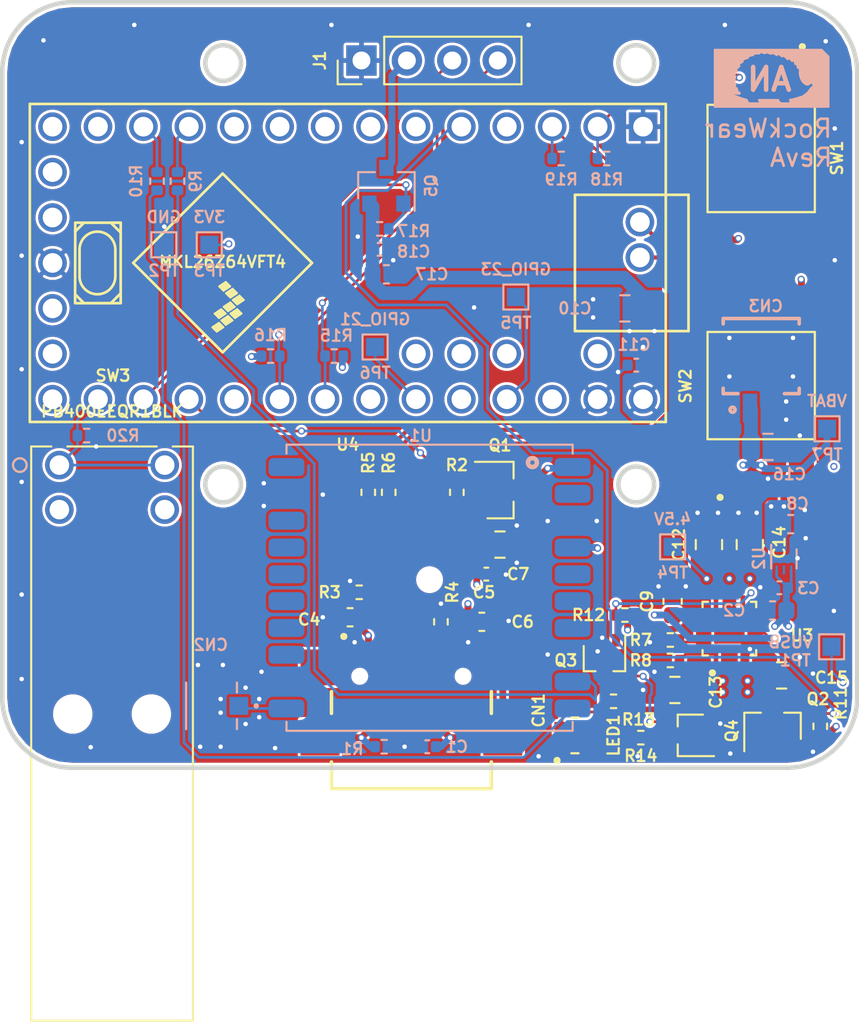
<source format=kicad_pcb>
(kicad_pcb (version 20171130) (host pcbnew "(5.1.10)-1")
  (layers (0 F.Cu signal) (1 Power power) (2 GND signal) (31 B.Cu signal) (34 B.Paste user) (35 F.Paste user) (36 B.SilkS user) (37 F.SilkS user) (38 B.Mask user) (39 F.Mask user) (44 Edge.Cuts user))
  (net 0 "")
  (net 1 GND)
  (net 2 "Net-(C1-Pad1)")
  (net 3 +4V2)
  (net 4 VBUS)
  (net 5 +3V3)
  (net 6 +BATT)
  (net 7 /USB1_N)
  (net 8 /USB1_P)
  (net 9 "Net-(CN1-PadA5)")
  (net 10 "Net-(CN1-PadB5)")
  (net 11 "Net-(CN2-Pad1)")
  (net 12 /I2C0_SDA)
  (net 13 /I2C0_SCL)
  (net 14 "Net-(LED1-Pad4)")
  (net 15 "Net-(LED1-Pad2)")
  (net 16 "Net-(LED1-Pad1)")
  (net 17 "Net-(Q1-Pad3)")
  (net 18 /GPS_PWR)
  (net 19 /BAT_CHG_PWR)
  (net 20 "Net-(Q3-Pad3)")
  (net 21 /BAT_CHG)
  (net 22 "Net-(Q4-Pad3)")
  (net 23 /OLED_PWR)
  (net 24 /USB2_N)
  (net 25 /USB2_P)
  (net 26 "Net-(R7-Pad1)")
  (net 27 "Net-(R8-Pad2)")
  (net 28 /GPS_TX)
  (net 29 "Net-(R9-Pad1)")
  (net 30 /GPS_RX)
  (net 31 "Net-(R10-Pad1)")
  (net 32 /TOP_BTN)
  (net 33 /BOT_BTN)
  (net 34 /PWR_BTN)
  (net 35 "Net-(TP5-Pad1)")
  (net 36 "Net-(TP6-Pad1)")
  (net 37 "Net-(J1-Pad2)")
  (module personal:LogoSmall (layer B.Cu) (at 170.1292 73.3044 180)
    (fp_text reference REF** hide)
    (fp_text value LogoSmall hide)
    (fp_text user AN (at 3.302 1.524) (layer B.SilkS) (effects (font (size 1.27 1.27) (thickness 0.254)) (justify mirror)))
  )
  (module personal:PA1616S (layer B.Cu) (at 147.828 100.203 180)
    (fp_text reference U1 (at 0.5 8.5) (layer B.SilkS) (effects (font (size 0.635 0.635) (thickness 0.127)) (justify mirror)))
    (fp_text value CD-PA1616S)
    (pad "" np_thru_hole circle (at 0 0.45 180) (size 1.2 1.2) (drill 1.2) (layers *.Cu *.Mask))
    (pad 11 smd roundrect (at 8 -6.75 180) (size 2 1) (layers B.Cu B.Paste B.Mask) (net 11 "Net-(CN2-Pad1)"))
    (pad 12 smd roundrect (at 8 -5.25 180) (size 2 1) (layers B.Cu B.Paste B.Mask) (net 1 GND))
    (pad 13 smd roundrect (at 8 -3.75 180) (size 2 1) (layers B.Cu B.Paste B.Mask))
    (pad 14 smd roundrect (at 8 -2.25 180) (size 2 1) (layers B.Cu B.Paste B.Mask))
    (pad 15 smd roundrect (at 8 -0.75 180) (size 2 1) (layers B.Cu B.Paste B.Mask))
    (pad 16 smd roundrect (at 8 0.75 180) (size 2 1) (layers B.Cu B.Paste B.Mask))
    (pad 17 smd roundrect (at 8 2.25 180) (size 2 1) (layers B.Cu B.Paste B.Mask))
    (pad 18 smd roundrect (at 8 3.75 180) (size 2 1) (layers B.Cu B.Paste B.Mask))
    (pad 19 smd roundrect (at 8 5.25 180) (size 2 1) (layers B.Cu B.Paste B.Mask) (net 1 GND))
    (pad 20 smd roundrect (at 8 6.75 180) (size 2 1) (layers B.Cu B.Paste B.Mask))
    (pad 10 smd roundrect (at -8 -6.75 180) (size 2 1) (layers B.Cu B.Paste B.Mask) (net 30 /GPS_RX))
    (pad 9 smd roundrect (at -8 -5.25 180) (size 2 1) (layers B.Cu B.Paste B.Mask) (net 28 /GPS_TX))
    (pad 8 smd roundrect (at -8 -3.75 180) (size 2 1) (layers B.Cu B.Paste B.Mask) (net 1 GND))
    (pad 7 smd roundrect (at -8 -2.25 180) (size 2 1) (layers B.Cu B.Paste B.Mask))
    (pad 6 smd roundrect (at -8 -0.75 180) (size 2 1) (layers B.Cu B.Paste B.Mask))
    (pad 5 smd roundrect (at -8 0.75 180) (size 2 1) (layers B.Cu B.Paste B.Mask))
    (pad 4 smd roundrect (at -8 2.25 180) (size 2 1) (layers B.Cu B.Paste B.Mask) (net 5 +3V3))
    (pad 3 smd roundrect (at -8 3.75 180) (size 2 1) (layers B.Cu B.Paste B.Mask) (net 1 GND))
    (pad 2 smd roundrect (at -8 5.25 180) (size 2 1) (layers B.Cu B.Paste B.Mask))
    (pad 1 smd roundrect (at -8 6.75 180) (size 2 1) (layers B.Cu B.Paste B.Mask) (net 17 "Net-(Q1-Pad3)"))
  )
  (module personal:CurrentTestPoint (layer B.Cu) (at 170.053 91.313)
    (fp_text reference TP7 (at 0 1.448) (layer B.SilkS) (effects (font (size 0.635 0.635) (thickness 0.127)) (justify mirror)))
    (fp_text value VBAT (at 0 -1.55) (layer B.SilkS) (effects (font (size 0.635 0.635) (thickness 0.127)) (justify mirror)))
    (pad 1 smd rect (at 0 0) (size 1 1) (layers B.Cu B.Mask) (net 6 +BATT))
  )
  (module personal:CurrentTestPoint (layer B.Cu) (at 144.78 86.741)
    (fp_text reference TP6 (at 0 1.448) (layer B.SilkS) (effects (font (size 0.635 0.635) (thickness 0.127)) (justify mirror)))
    (fp_text value GPIO_21 (at 0 -1.55) (layer B.SilkS) (effects (font (size 0.635 0.635) (thickness 0.127)) (justify mirror)))
    (pad 1 smd rect (at 0 0) (size 1 1) (layers B.Cu B.Mask) (net 36 "Net-(TP6-Pad1)"))
  )
  (module personal:CurrentTestPoint (layer B.Cu) (at 152.654 83.947)
    (fp_text reference TP5 (at 0 1.448) (layer B.SilkS) (effects (font (size 0.635 0.635) (thickness 0.127)) (justify mirror)))
    (fp_text value GPIO_23 (at 0 -1.55) (layer B.SilkS) (effects (font (size 0.635 0.635) (thickness 0.127)) (justify mirror)))
    (pad 1 smd rect (at 0 0) (size 1 1) (layers B.Cu B.Mask) (net 35 "Net-(TP5-Pad1)"))
  )
  (module personal:CurrentTestPoint (layer B.Cu) (at 161.417 97.917)
    (fp_text reference TP4 (at 0 1.448) (layer B.SilkS) (effects (font (size 0.635 0.635) (thickness 0.127)) (justify mirror)))
    (fp_text value 4.5V (at 0 -1.55) (layer B.SilkS) (effects (font (size 0.635 0.635) (thickness 0.127)) (justify mirror)))
    (pad 1 smd rect (at 0 0) (size 1 1) (layers B.Cu B.Mask) (net 3 +4V2))
  )
  (module personal:CurrentTestPoint (layer B.Cu) (at 135.509 81.026)
    (fp_text reference TP3 (at 0 1.448) (layer B.SilkS) (effects (font (size 0.635 0.635) (thickness 0.127)) (justify mirror)))
    (fp_text value 3V3 (at 0 -1.55) (layer B.SilkS) (effects (font (size 0.635 0.635) (thickness 0.127)) (justify mirror)))
    (pad 1 smd rect (at 0 0) (size 1 1) (layers B.Cu B.Mask) (net 5 +3V3))
  )
  (module personal:CurrentTestPoint (layer B.Cu) (at 132.969 81.026)
    (fp_text reference TP2 (at 0 1.448) (layer B.SilkS) (effects (font (size 0.635 0.635) (thickness 0.127)) (justify mirror)))
    (fp_text value GND (at 0 -1.55) (layer B.SilkS) (effects (font (size 0.635 0.635) (thickness 0.127)) (justify mirror)))
    (pad 1 smd rect (at 0 0) (size 1 1) (layers B.Cu B.Mask) (net 1 GND))
  )
  (module personal:CurrentTestPoint (layer B.Cu) (at 170.307 103.505)
    (fp_text reference TP1 (at -2.032 0.762) (layer B.SilkS) (effects (font (size 0.635 0.635) (thickness 0.127)) (justify mirror)))
    (fp_text value VUSB (at -2.286 -0.254) (layer B.SilkS) (effects (font (size 0.635 0.635) (thickness 0.127)) (justify mirror)))
    (pad 1 smd rect (at 0 0) (size 1 1) (layers B.Cu B.Mask) (net 4 VBUS))
  )
  (module personal:Teensy_LC (layer F.Cu) (at 143.256 82.042 180)
    (fp_text reference U4 (at 0 -10.16) (layer F.SilkS) (effects (font (size 0.635 0.635) (thickness 0.127))))
    (fp_text value Teensy-LC)
    (fp_text user MKL26Z64VFT4 (at 7 0.06) (layer F.SilkS) (effects (font (size 0.635 0.635) (thickness 0.127))))
    (pad 17 thru_hole circle (at 16.51 0 180) (size 1.6 1.6) (drill 1.1) (layers *.Cu *.Mask) (net 1 GND))
    (pad 18 thru_hole circle (at 16.51 -2.54 180) (size 1.6 1.6) (drill 1.1) (layers *.Cu *.Mask))
    (pad 19 thru_hole circle (at 16.51 -5.08 180) (size 1.6 1.6) (drill 1.1) (layers *.Cu *.Mask))
    (pad 20 thru_hole circle (at 16.51 -7.62 180) (size 1.6 1.6) (drill 1.1) (layers *.Cu *.Mask))
    (pad 16 thru_hole circle (at 16.51 2.54 180) (size 1.6 1.6) (drill 1.1) (layers *.Cu *.Mask) (net 5 +3V3))
    (pad 15 thru_hole circle (at 16.51 5.08 180) (size 1.6 1.6) (drill 1.1) (layers *.Cu *.Mask))
    (pad 14 thru_hole circle (at 16.51 7.62 180) (size 1.6 1.6) (drill 1.1) (layers *.Cu *.Mask))
    (pad 21 thru_hole circle (at 13.97 -7.62 180) (size 1.6 1.6) (drill 1.1) (layers *.Cu *.Mask) (net 34 /PWR_BTN))
    (pad 22 thru_hole circle (at 11.43 -7.62 180) (size 1.6 1.6) (drill 1.1) (layers *.Cu *.Mask) (net 23 /OLED_PWR))
    (pad 23 thru_hole circle (at 8.89 -7.62 180) (size 1.6 1.6) (drill 1.1) (layers *.Cu *.Mask) (net 18 /GPS_PWR))
    (pad 24 thru_hole circle (at 6.35 -7.62 180) (size 1.6 1.6) (drill 1.1) (layers *.Cu *.Mask))
    (pad 25 thru_hole circle (at 3.81 -7.62 180) (size 1.6 1.6) (drill 1.1) (layers *.Cu *.Mask) (net 12 /I2C0_SDA))
    (pad 26 thru_hole circle (at 1.27 -7.62 180) (size 1.6 1.6) (drill 1.1) (layers *.Cu *.Mask) (net 13 /I2C0_SCL))
    (pad 27 thru_hole circle (at -1.27 -7.62 180) (size 1.6 1.6) (drill 1.1) (layers *.Cu *.Mask))
    (pad 28 thru_hole circle (at -3.81 -7.62 180) (size 1.6 1.6) (drill 1.1) (layers *.Cu *.Mask) (net 36 "Net-(TP6-Pad1)"))
    (pad 29 thru_hole circle (at -6.35 -7.62 180) (size 1.6 1.6) (drill 1.1) (layers *.Cu *.Mask))
    (pad 30 thru_hole circle (at -8.89 -7.62 180) (size 1.6 1.6) (drill 1.1) (layers *.Cu *.Mask) (net 35 "Net-(TP5-Pad1)"))
    (pad 31 thru_hole circle (at -11.43 -7.62 180) (size 1.6 1.6) (drill 1.1) (layers *.Cu *.Mask))
    (pad 32 thru_hole circle (at -13.97 -7.62 180) (size 1.6 1.6) (drill 1.1) (layers *.Cu *.Mask) (net 1 GND))
    (pad 33 thru_hole circle (at -16.51 -7.62 180) (size 1.6 1.6) (drill 1.1) (layers *.Cu *.Mask) (net 3 +4V2))
    (pad 34 thru_hole circle (at -13.97 -5.08 180) (size 1.6 1.6) (drill 1.1) (layers *.Cu *.Mask))
    (pad 35 thru_hole circle (at -8.89 -5.08 180) (size 1.6 1.6) (drill 1.1) (layers *.Cu *.Mask) (net 5 +3V3))
    (pad 36 thru_hole circle (at -6.35 -5.08 180) (size 1.6 1.6) (drill 1.1) (layers *.Cu *.Mask))
    (pad 37 thru_hole circle (at -3.81 -5.08 180) (size 1.6 1.6) (drill 1.1) (layers *.Cu *.Mask))
    (pad 13 thru_hole circle (at 13.97 7.62 180) (size 1.6 1.6) (drill 1.1) (layers *.Cu *.Mask))
    (pad 12 thru_hole circle (at 11.43 7.62 180) (size 1.6 1.6) (drill 1.1) (layers *.Cu *.Mask) (net 31 "Net-(R10-Pad1)"))
    (pad 11 thru_hole circle (at 8.89 7.62 180) (size 1.6 1.6) (drill 1.1) (layers *.Cu *.Mask) (net 29 "Net-(R9-Pad1)"))
    (pad 10 thru_hole circle (at 6.35 7.62 180) (size 1.6 1.6) (drill 1.1) (layers *.Cu *.Mask))
    (pad 9 thru_hole circle (at 3.81 7.62 180) (size 1.6 1.6) (drill 1.1) (layers *.Cu *.Mask))
    (pad 8 thru_hole circle (at 1.27 7.62 180) (size 1.6 1.6) (drill 1.1) (layers *.Cu *.Mask))
    (pad 7 thru_hole circle (at -1.27 7.62 180) (size 1.6 1.6) (drill 1.1) (layers *.Cu *.Mask))
    (pad 6 thru_hole circle (at -3.81 7.62 180) (size 1.6 1.6) (drill 1.1) (layers *.Cu *.Mask))
    (pad 5 thru_hole circle (at -6.35 7.62 180) (size 1.6 1.6) (drill 1.1) (layers *.Cu *.Mask) (net 19 /BAT_CHG_PWR))
    (pad 4 thru_hole circle (at -8.89 7.62 180) (size 1.6 1.6) (drill 1.1) (layers *.Cu *.Mask))
    (pad 3 thru_hole circle (at -11.43 7.62 180) (size 1.6 1.6) (drill 1.1) (layers *.Cu *.Mask) (net 33 /BOT_BTN))
    (pad 2 thru_hole circle (at -13.97 7.62 180) (size 1.6 1.6) (drill 1.1) (layers *.Cu *.Mask) (net 32 /TOP_BTN))
    (pad 1 thru_hole rect (at -16.51 7.62 180) (size 1.6 1.6) (drill 1.1) (layers *.Cu *.Mask) (net 1 GND))
    (pad 40 thru_hole circle (at -16.3322 0.3048 180) (size 1.6 1.6) (drill 1.1) (layers *.Cu *.Mask) (net 24 /USB2_N))
    (pad 39 thru_hole circle (at -16.3322 2.286 180) (size 1.6 1.6) (drill 1.1) (layers *.Cu *.Mask) (net 25 /USB2_P))
  )
  (module personal:QFN50P300X300X100-17N (layer F.Cu) (at 164.592 102.489 90)
    (fp_text reference U3 (at -0.381 4.064 180) (layer F.SilkS) (effects (font (size 0.635 0.635) (thickness 0.127))))
    (fp_text value BQ24232HARGTR)
    (pad 5 smd roundrect (at -0.75 1.435 90) (size 0.26 0.86) (layers F.Cu F.Paste F.Mask) (roundrect_rratio 0.03) (net 1 GND))
    (pad 6 smd roundrect (at -0.25 1.435 90) (size 0.26 0.86) (layers F.Cu F.Paste F.Mask) (roundrect_rratio 0.03) (net 4 VBUS))
    (pad 7 smd roundrect (at 0.25 1.435 90) (size 0.26 0.86) (layers F.Cu F.Paste F.Mask) (roundrect_rratio 0.03))
    (pad 8 smd roundrect (at 0.75 1.435 90) (size 0.26 0.86) (layers F.Cu F.Paste F.Mask) (roundrect_rratio 0.03) (net 1 GND))
    (pad 13 smd roundrect (at 0.75 -1.435 90) (size 0.26 0.86) (layers F.Cu F.Paste F.Mask) (roundrect_rratio 0.03) (net 4 VBUS))
    (pad 14 smd roundrect (at 0.25 -1.435 90) (size 0.26 0.86) (layers F.Cu F.Paste F.Mask) (roundrect_rratio 0.03))
    (pad 15 smd roundrect (at -0.25 -1.435 90) (size 0.26 0.86) (layers F.Cu F.Paste F.Mask) (roundrect_rratio 0.03))
    (pad 16 smd roundrect (at -0.75 -1.435 90) (size 0.26 0.86) (layers F.Cu F.Paste F.Mask) (roundrect_rratio 0.03) (net 26 "Net-(R7-Pad1)"))
    (pad 1 smd roundrect (at -1.435 -0.75 90) (size 0.86 0.26) (layers F.Cu F.Paste F.Mask) (roundrect_rratio 0.03) (net 27 "Net-(R8-Pad2)"))
    (pad 2 smd roundrect (at -1.435 -0.25 90) (size 0.86 0.26) (layers F.Cu F.Paste F.Mask) (roundrect_rratio 0.03) (net 6 +BATT))
    (pad 3 smd roundrect (at -1.435 0.25 90) (size 0.86 0.26) (layers F.Cu F.Paste F.Mask) (roundrect_rratio 0.03) (net 6 +BATT))
    (pad 4 smd roundrect (at -1.435 0.75 90) (size 0.86 0.26) (layers F.Cu F.Paste F.Mask) (roundrect_rratio 0.03) (net 1 GND))
    (pad 9 smd roundrect (at 1.435 0.75 90) (size 0.86 0.26) (layers F.Cu F.Paste F.Mask) (roundrect_rratio 0.03) (net 21 /BAT_CHG))
    (pad 10 smd roundrect (at 1.435 0.25 90) (size 0.86 0.26) (layers F.Cu F.Paste F.Mask) (roundrect_rratio 0.03) (net 3 +4V2))
    (pad 11 smd roundrect (at 1.435 -0.25 90) (size 0.86 0.26) (layers F.Cu F.Paste F.Mask) (roundrect_rratio 0.03) (net 3 +4V2))
    (pad 12 smd roundrect (at 1.435 -0.75 90) (size 0.86 0.26) (layers F.Cu F.Paste F.Mask) (roundrect_rratio 0.03))
    (pad 17 smd rect (at 0 0 90) (size 1.68 1.68) (layers F.Cu F.Mask) (net 1 GND))
  )
  (module personal:MIC5528-3.3YMX-TR (layer B.Cu) (at 167.64 98.5647 270)
    (fp_text reference U2 (at 0 1.397 270) (layer B.SilkS) (effects (font (size 0.635 0.635) (thickness 0.127)) (justify mirror)))
    (fp_text value MIC5528-3.3YMX-TR hide)
    (pad 1 smd rect (at -0.6477 0.4064 270) (size 0.508 0.127) (layers B.Cu B.Paste B.Mask) (net 5 +3V3))
    (pad 2 smd rect (at -0.6477 0 270) (size 0.508 0.127) (layers B.Cu B.Paste B.Mask) (net 5 +3V3))
    (pad 3 smd rect (at -0.6477 -0.4064 270) (size 0.508 0.127) (layers B.Cu B.Paste B.Mask) (net 1 GND))
    (pad 4 smd rect (at 0.6477 -0.4064 270) (size 0.508 0.127) (layers B.Cu B.Paste B.Mask) (net 3 +4V2))
    (pad 5 smd rect (at 0.6477 0 270) (size 0.508 0.127) (layers B.Cu B.Paste B.Mask))
    (pad 6 smd rect (at 0.6477 0.4064 270) (size 0.508 0.127) (layers B.Cu B.Paste B.Mask) (net 3 +4V2))
    (pad 7 smd rect (at 0 0 270) (size 0.3048 0.9398) (layers B.Cu B.Paste B.Mask) (net 1 GND))
  )
  (module personal:PB400EEQR1BLK (layer F.Cu) (at 127.127 93.345)
    (fp_text reference SW3 (at 3 -5) (layer F.SilkS) (effects (font (size 0.635 0.635) (thickness 0.127))))
    (fp_text value PB400EEQR1BLK (at 2.9464 -3) (layer F.SilkS) (effects (font (size 0.635 0.635) (thickness 0.127))))
    (fp_text user * (at 0 0) (layer F.SilkS) (effects (font (size 0.635 0.635) (thickness 0.127))))
    (pad 1 thru_hole circle (at 0 0) (size 1.6002 1.6002) (drill 1.0922) (layers *.Cu *.Mask) (net 34 /PWR_BTN))
    (pad 2 thru_hole circle (at 0 2.4892) (size 1.6002 1.6002) (drill 1.0922) (layers *.Cu *.Mask) (net 5 +3V3))
    (pad 3 thru_hole circle (at 5.8928 0) (size 1.6002 1.6002) (drill 1.0922) (layers *.Cu *.Mask) (net 34 /PWR_BTN))
    (pad 4 thru_hole circle (at 5.8928 2.4892) (size 1.6002 1.6002) (drill 1.0922) (layers *.Cu *.Mask) (net 5 +3V3))
    (pad 5 np_thru_hole circle (at 0.7493 13.9192) (size 1.905 1.905) (drill 1.905) (layers *.Cu *.Mask))
    (pad 6 np_thru_hole circle (at 5.1435 13.9192) (size 1.905 1.905) (drill 1.905) (layers *.Cu *.Mask))
  )
  (module personal:SW_2-1437565-8 (layer F.Cu) (at 166.37 88.9 90)
    (fp_text reference SW2 (at -0.025 -4.235 90) (layer F.SilkS) (effects (font (size 0.635 0.635) (thickness 0.127))))
    (fp_text value FSM2JSMAA)
    (pad 2 smd rect (at 4.55 -2.25 90) (size 2.1 1.4) (layers F.Cu F.Paste F.Mask) (net 33 /BOT_BTN))
    (pad 1 smd rect (at -4.55 -2.25 90) (size 2.1 1.4) (layers F.Cu F.Paste F.Mask) (net 33 /BOT_BTN))
    (pad 3 smd rect (at -4.55 2.25 90) (size 2.1 1.4) (layers F.Cu F.Paste F.Mask) (net 5 +3V3))
    (pad 4 smd rect (at 4.55 2.25 90) (size 2.1 1.4) (layers F.Cu F.Paste F.Mask) (net 5 +3V3))
  )
  (module personal:SW_2-1437565-8 (layer F.Cu) (at 166.37 76.2 270)
    (fp_text reference SW1 (at -0.025 -4.235 90) (layer F.SilkS) (effects (font (size 0.635 0.635) (thickness 0.127))))
    (fp_text value FSM2JSMAA)
    (pad 4 smd rect (at 4.55 2.25 270) (size 2.1 1.4) (layers F.Cu F.Paste F.Mask) (net 5 +3V3))
    (pad 3 smd rect (at -4.55 2.25 270) (size 2.1 1.4) (layers F.Cu F.Paste F.Mask) (net 5 +3V3))
    (pad 1 smd rect (at -4.55 -2.25 270) (size 2.1 1.4) (layers F.Cu F.Paste F.Mask) (net 32 /TOP_BTN))
    (pad 2 smd rect (at 4.55 -2.25 270) (size 2.1 1.4) (layers F.Cu F.Paste F.Mask) (net 32 /TOP_BTN))
  )
  (module Resistor_SMD:R_0402_1005Metric (layer B.Cu) (at 128.651 91.694)
    (fp_text reference R20 (at 2.032 0) (layer B.SilkS) (effects (font (size 0.635 0.635) (thickness 0.127)) (justify mirror)))
    (fp_text value 4.7k)
    (pad 2 smd roundrect (at 0.51 0) (size 0.54 0.64) (layers B.Cu B.Paste B.Mask) (net 1 GND))
    (pad 1 smd roundrect (at -0.51 0) (size 0.54 0.64) (layers B.Cu B.Paste B.Mask) (net 34 /PWR_BTN))
  )
  (module Resistor_SMD:R_0402_1005Metric (layer B.Cu) (at 155.192 76.2)
    (fp_text reference R19 (at 0 1.17) (layer B.SilkS) (effects (font (size 0.635 0.635) (thickness 0.127)) (justify mirror)))
    (fp_text value 4.7k)
    (pad 2 smd roundrect (at 0.51 0) (size 0.54 0.64) (layers B.Cu B.Paste B.Mask) (net 1 GND))
    (pad 1 smd roundrect (at -0.51 0) (size 0.54 0.64) (layers B.Cu B.Paste B.Mask) (net 33 /BOT_BTN))
  )
  (module Resistor_SMD:R_0402_1005Metric (layer B.Cu) (at 157.734 76.2)
    (fp_text reference R18 (at 0 1.17) (layer B.SilkS) (effects (font (size 0.635 0.635) (thickness 0.127)) (justify mirror)))
    (fp_text value 4.7k)
    (pad 2 smd roundrect (at 0.51 0) (size 0.54 0.64) (layers B.Cu B.Paste B.Mask) (net 1 GND))
    (pad 1 smd roundrect (at -0.51 0) (size 0.54 0.64) (layers B.Cu B.Paste B.Mask) (net 32 /TOP_BTN))
  )
  (module Resistor_SMD:R_0402_1005Metric (layer B.Cu) (at 145.034 80.137)
    (fp_text reference R17 (at 1.905 0.127) (layer B.SilkS) (effects (font (size 0.635 0.635) (thickness 0.127)) (justify mirror)))
    (fp_text value 4.7k)
    (pad 2 smd roundrect (at 0.51 0) (size 0.54 0.64) (layers B.Cu B.Paste B.Mask) (net 23 /OLED_PWR))
    (pad 1 smd roundrect (at -0.51 0) (size 0.54 0.64) (layers B.Cu B.Paste B.Mask) (net 3 +4V2))
  )
  (module Resistor_SMD:R_0402_1005Metric (layer B.Cu) (at 138.938 87.249 180)
    (fp_text reference R16 (at 0 1.17) (layer B.SilkS) (effects (font (size 0.635 0.635) (thickness 0.127)) (justify mirror)))
    (fp_text value 4.7k)
    (pad 2 smd roundrect (at 0.51 0 180) (size 0.54 0.64) (layers B.Cu B.Paste B.Mask) (net 5 +3V3))
    (pad 1 smd roundrect (at -0.51 0 180) (size 0.54 0.64) (layers B.Cu B.Paste B.Mask) (net 12 /I2C0_SDA))
  )
  (module Resistor_SMD:R_0402_1005Metric (layer B.Cu) (at 142.494 87.249)
    (fp_text reference R15 (at 0.127 -1.143) (layer B.SilkS) (effects (font (size 0.635 0.635) (thickness 0.127)) (justify mirror)))
    (fp_text value 4.7k)
    (pad 2 smd roundrect (at 0.51 0) (size 0.54 0.64) (layers B.Cu B.Paste B.Mask) (net 5 +3V3))
    (pad 1 smd roundrect (at -0.51 0) (size 0.54 0.64) (layers B.Cu B.Paste B.Mask) (net 13 /I2C0_SCL))
  )
  (module Resistor_SMD:R_0402_1005Metric (layer F.Cu) (at 159.639 108.585)
    (fp_text reference R14 (at 0 1.016) (layer F.SilkS) (effects (font (size 0.635 0.635) (thickness 0.127))))
    (fp_text value 1k)
    (pad 2 smd roundrect (at 0.51 0) (size 0.54 0.64) (layers F.Cu F.Paste F.Mask) (net 22 "Net-(Q4-Pad3)"))
    (pad 1 smd roundrect (at -0.51 0) (size 0.54 0.64) (layers F.Cu F.Paste F.Mask) (net 16 "Net-(LED1-Pad1)"))
  )
  (module Resistor_SMD:R_0402_1005Metric (layer F.Cu) (at 158.115 106.553 180)
    (fp_text reference R13 (at -1.397 -1.016) (layer F.SilkS) (effects (font (size 0.635 0.635) (thickness 0.127))))
    (fp_text value 390)
    (pad 2 smd roundrect (at 0.51 0 180) (size 0.54 0.64) (layers F.Cu F.Paste F.Mask) (net 20 "Net-(Q3-Pad3)"))
    (pad 1 smd roundrect (at -0.51 0 180) (size 0.54 0.64) (layers F.Cu F.Paste F.Mask) (net 15 "Net-(LED1-Pad2)"))
  )
  (module Resistor_SMD:R_0402_1005Metric (layer F.Cu) (at 158.75 101.727 180)
    (fp_text reference R12 (at 2.032 0) (layer F.SilkS) (effects (font (size 0.635 0.635) (thickness 0.127))))
    (fp_text value 4.7k)
    (pad 2 smd roundrect (at 0.51 0 180) (size 0.54 0.64) (layers F.Cu F.Paste F.Mask) (net 21 /BAT_CHG))
    (pad 1 smd roundrect (at -0.51 0 180) (size 0.54 0.64) (layers F.Cu F.Paste F.Mask) (net 5 +3V3))
  )
  (module Resistor_SMD:R_0402_1005Metric (layer F.Cu) (at 169.672 107.95 90)
    (fp_text reference R11 (at 1.27 1.143 90) (layer F.SilkS) (effects (font (size 0.635 0.635) (thickness 0.127))))
    (fp_text value 4.7k)
    (pad 2 smd roundrect (at 0.51 0 90) (size 0.54 0.64) (layers F.Cu F.Paste F.Mask) (net 19 /BAT_CHG_PWR))
    (pad 1 smd roundrect (at -0.51 0 90) (size 0.54 0.64) (layers F.Cu F.Paste F.Mask) (net 4 VBUS))
  )
  (module Resistor_SMD:R_0402_1005Metric (layer B.Cu) (at 132.588 77.47 270)
    (fp_text reference R10 (at 0 1.17 90) (layer B.SilkS) (effects (font (size 0.635 0.635) (thickness 0.127)) (justify mirror)))
    (fp_text value 0)
    (pad 2 smd roundrect (at 0.51 0 270) (size 0.54 0.64) (layers B.Cu B.Paste B.Mask) (net 30 /GPS_RX))
    (pad 1 smd roundrect (at -0.51 0 270) (size 0.54 0.64) (layers B.Cu B.Paste B.Mask) (net 31 "Net-(R10-Pad1)"))
  )
  (module Resistor_SMD:R_0402_1005Metric (layer B.Cu) (at 133.731 77.47 270)
    (fp_text reference R9 (at 0 -1.016 90) (layer B.SilkS) (effects (font (size 0.635 0.635) (thickness 0.127)) (justify mirror)))
    (fp_text value 0)
    (pad 2 smd roundrect (at 0.51 0 270) (size 0.54 0.64) (layers B.Cu B.Paste B.Mask) (net 28 /GPS_TX))
    (pad 1 smd roundrect (at -0.51 0 270) (size 0.54 0.64) (layers B.Cu B.Paste B.Mask) (net 29 "Net-(R9-Pad1)"))
  )
  (module Resistor_SMD:R_0402_1005Metric (layer F.Cu) (at 161.29 104.267)
    (fp_text reference R8 (at -1.651 0) (layer F.SilkS) (effects (font (size 0.635 0.635) (thickness 0.127))))
    (fp_text value 10k)
    (pad 2 smd roundrect (at 0.51 0) (size 0.54 0.64) (layers F.Cu F.Paste F.Mask) (net 27 "Net-(R8-Pad2)"))
    (pad 1 smd roundrect (at -0.51 0) (size 0.54 0.64) (layers F.Cu F.Paste F.Mask) (net 1 GND))
  )
  (module Resistor_SMD:R_0402_1005Metric (layer F.Cu) (at 161.29 103.124 180)
    (fp_text reference R7 (at 1.651 0) (layer F.SilkS) (effects (font (size 0.635 0.635) (thickness 0.127))))
    (fp_text value 1.8k)
    (pad 2 smd roundrect (at 0.51 0 180) (size 0.54 0.64) (layers F.Cu F.Paste F.Mask) (net 1 GND))
    (pad 1 smd roundrect (at -0.51 0 180) (size 0.54 0.64) (layers F.Cu F.Paste F.Mask) (net 26 "Net-(R7-Pad1)"))
  )
  (module Resistor_SMD:R_0402_1005Metric (layer F.Cu) (at 145.542 94.869 270)
    (fp_text reference R6 (at -1.651 0 90) (layer F.SilkS) (effects (font (size 0.635 0.635) (thickness 0.127))))
    (fp_text value 0)
    (pad 2 smd roundrect (at 0.51 0 270) (size 0.54 0.64) (layers F.Cu F.Paste F.Mask) (net 8 /USB1_P))
    (pad 1 smd roundrect (at -0.51 0 270) (size 0.54 0.64) (layers F.Cu F.Paste F.Mask) (net 25 /USB2_P))
  )
  (module Resistor_SMD:R_0402_1005Metric (layer F.Cu) (at 144.399 94.869 270)
    (fp_text reference R5 (at -1.651 0 90) (layer F.SilkS) (effects (font (size 0.635 0.635) (thickness 0.127))))
    (fp_text value 0)
    (pad 2 smd roundrect (at 0.51 0 270) (size 0.54 0.64) (layers F.Cu F.Paste F.Mask) (net 7 /USB1_N))
    (pad 1 smd roundrect (at -0.51 0 270) (size 0.54 0.64) (layers F.Cu F.Paste F.Mask) (net 24 /USB2_N))
  )
  (module Resistor_SMD:R_0402_1005Metric (layer F.Cu) (at 148.463 102.108 270)
    (fp_text reference R4 (at -1.651 -0.635 90) (layer F.SilkS) (effects (font (size 0.635 0.635) (thickness 0.127))))
    (fp_text value 5.1k)
    (pad 2 smd roundrect (at 0.51 0 270) (size 0.54 0.64) (layers F.Cu F.Paste F.Mask) (net 10 "Net-(CN1-PadB5)"))
    (pad 1 smd roundrect (at -0.51 0 270) (size 0.54 0.64) (layers F.Cu F.Paste F.Mask) (net 1 GND))
  )
  (module Resistor_SMD:R_0402_1005Metric (layer F.Cu) (at 143.891 100.457)
    (fp_text reference R3 (at -1.651 0) (layer F.SilkS) (effects (font (size 0.635 0.635) (thickness 0.127))))
    (fp_text value 5.1k)
    (pad 2 smd roundrect (at 0.51 0) (size 0.54 0.64) (layers F.Cu F.Paste F.Mask) (net 9 "Net-(CN1-PadA5)"))
    (pad 1 smd roundrect (at -0.51 0) (size 0.54 0.64) (layers F.Cu F.Paste F.Mask) (net 1 GND))
  )
  (module Resistor_SMD:R_0402_1005Metric (layer F.Cu) (at 149.352 94.869 90)
    (fp_text reference R2 (at 1.524 0) (layer F.SilkS) (effects (font (size 0.635 0.635) (thickness 0.127))))
    (fp_text value 4.7k)
    (pad 2 smd roundrect (at 0.51 0 90) (size 0.54 0.64) (layers F.Cu F.Paste F.Mask) (net 18 /GPS_PWR))
    (pad 1 smd roundrect (at -0.51 0 90) (size 0.54 0.64) (layers F.Cu F.Paste F.Mask) (net 5 +3V3))
  )
  (module Resistor_SMD:R_0402_1005Metric (layer B.Cu) (at 145.288 109.093)
    (fp_text reference R1 (at -1.778 0.127) (layer B.SilkS) (effects (font (size 0.635 0.635) (thickness 0.127)) (justify mirror)))
    (fp_text value 330)
    (pad 2 smd roundrect (at 0.51 0) (size 0.54 0.64) (layers B.Cu B.Paste B.Mask) (net 1 GND))
    (pad 1 smd roundrect (at -0.51 0) (size 0.54 0.64) (layers B.Cu B.Paste B.Mask) (net 2 "Net-(C1-Pad1)"))
  )
  (module Package_TO_SOT_SMD:SOT-23 (layer B.Cu) (at 145.415 77.724 90)
    (fp_text reference Q5 (at 0 2.5 90) (layer B.SilkS) (effects (font (size 0.635 0.635) (thickness 0.127)) (justify mirror)))
    (fp_text value NX3008PBK,215)
    (pad 3 smd rect (at 1 0 90) (size 0.9 0.8) (layers B.Cu B.Paste B.Mask) (net 37 "Net-(J1-Pad2)"))
    (pad 2 smd rect (at -1 -0.95 90) (size 0.9 0.8) (layers B.Cu B.Paste B.Mask) (net 3 +4V2))
    (pad 1 smd rect (at -1 0.95 90) (size 0.9 0.8) (layers B.Cu B.Paste B.Mask) (net 23 /OLED_PWR))
  )
  (module Package_TO_SOT_SMD:SOT-323_SC-70 (layer F.Cu) (at 162.433 108.458 180)
    (fp_text reference Q4 (at -2.286 0.254 270) (layer F.SilkS) (effects (font (size 0.635 0.635) (thickness 0.127))))
    (fp_text value BSS138BKW,115)
    (pad 3 smd rect (at 1 0 90) (size 0.45 0.7) (layers F.Cu F.Paste F.Mask) (net 22 "Net-(Q4-Pad3)"))
    (pad 2 smd rect (at -1 0.65 90) (size 0.45 0.7) (layers F.Cu F.Paste F.Mask) (net 1 GND))
    (pad 1 smd rect (at -1 -0.65 90) (size 0.45 0.7) (layers F.Cu F.Paste F.Mask) (net 20 "Net-(Q3-Pad3)"))
  )
  (module Package_TO_SOT_SMD:SOT-323_SC-70 (layer F.Cu) (at 157.607 104.14 270)
    (fp_text reference Q3 (at 0.127 2.159) (layer F.SilkS) (effects (font (size 0.635 0.635) (thickness 0.127))))
    (fp_text value BSS138BKW,115)
    (pad 3 smd rect (at 1 0 180) (size 0.45 0.7) (layers F.Cu F.Paste F.Mask) (net 20 "Net-(Q3-Pad3)"))
    (pad 2 smd rect (at -1 0.65 180) (size 0.45 0.7) (layers F.Cu F.Paste F.Mask) (net 1 GND))
    (pad 1 smd rect (at -1 -0.65 180) (size 0.45 0.7) (layers F.Cu F.Paste F.Mask) (net 21 /BAT_CHG))
  )
  (module Package_TO_SOT_SMD:SOT-23 (layer F.Cu) (at 167.005 107.95 90)
    (fp_text reference Q2 (at 1.524 2.54 180) (layer F.SilkS) (effects (font (size 0.635 0.635) (thickness 0.127))))
    (fp_text value NX3008PBK,215)
    (pad 3 smd rect (at 1 0 90) (size 0.9 0.8) (layers F.Cu F.Paste F.Mask) (net 14 "Net-(LED1-Pad4)"))
    (pad 2 smd rect (at -1 0.95 90) (size 0.9 0.8) (layers F.Cu F.Paste F.Mask) (net 4 VBUS))
    (pad 1 smd rect (at -1 -0.95 90) (size 0.9 0.8) (layers F.Cu F.Paste F.Mask) (net 19 /BAT_CHG_PWR))
  )
  (module Package_TO_SOT_SMD:SOT-23 (layer F.Cu) (at 151.765 94.742)
    (fp_text reference Q1 (at 0 -2.5 180) (layer F.SilkS) (effects (font (size 0.635 0.635) (thickness 0.127))))
    (fp_text value NX3008PBK,215)
    (pad 3 smd rect (at 1 0) (size 0.9 0.8) (layers F.Cu F.Paste F.Mask) (net 17 "Net-(Q1-Pad3)"))
    (pad 2 smd rect (at -1 0.95) (size 0.9 0.8) (layers F.Cu F.Paste F.Mask) (net 5 +3V3))
    (pad 1 smd rect (at -1 -0.95) (size 0.9 0.8) (layers F.Cu F.Paste F.Mask) (net 18 /GPS_PWR))
  )
  (module personal:LED_LTST-C19HE1WT (layer F.Cu) (at 155.956 108.458 90)
    (fp_text reference LED1 (at 0 2.159 270) (layer F.SilkS) (effects (font (size 0.635 0.635) (thickness 0.127))))
    (fp_text value LTST-C19HE1WT)
    (pad 3 smd rect (at 0.425 0.725 90) (size 0.65 0.85) (layers F.Cu F.Paste F.Mask))
    (pad 4 smd rect (at -0.425 0.725 90) (size 0.65 0.85) (layers F.Cu F.Paste F.Mask) (net 14 "Net-(LED1-Pad4)"))
    (pad 2 smd rect (at 0.425 -0.725 90) (size 0.65 0.85) (layers F.Cu F.Paste F.Mask) (net 15 "Net-(LED1-Pad2)"))
    (pad 1 smd rect (at -0.425 -0.725 90) (size 0.65 0.85) (layers F.Cu F.Paste F.Mask) (net 16 "Net-(LED1-Pad1)"))
  )
  (module Connector_PinHeader_2.54mm:PinHeader_1x04_P2.54mm_Vertical (layer F.Cu) (at 144.02007 70.7207 90)
    (fp_text reference J1 (at 0 -2.33 90) (layer F.SilkS) (effects (font (size 0.635 0.635) (thickness 0.127))))
    (fp_text value Conn_01x04)
    (pad 4 thru_hole oval (at 0 7.62 90) (size 1.7 1.7) (drill 1) (layers *.Cu *.Mask) (net 12 /I2C0_SDA))
    (pad 3 thru_hole oval (at 0 5.08 90) (size 1.7 1.7) (drill 1) (layers *.Cu *.Mask) (net 13 /I2C0_SCL))
    (pad 2 thru_hole oval (at 0 2.54 90) (size 1.7 1.7) (drill 1) (layers *.Cu *.Mask) (net 37 "Net-(J1-Pad2)"))
    (pad 1 thru_hole rect (at 0 0 90) (size 1.7 1.7) (drill 1) (layers *.Cu *.Mask) (net 1 GND))
  )
  (module personal:MOLEX_53261-0271 (layer B.Cu) (at 166.37 87.249)
    (fp_text reference CN3 (at 0.254 -2.794 180) (layer B.SilkS) (effects (font (size 0.635 0.635) (thickness 0.127)) (justify mirror)))
    (fp_text value 0532610271)
    (pad P1 smd rect (at -3.175 0) (size 2.1 3) (layers B.Cu B.Paste B.Mask) (net 1 GND))
    (pad P2 smd rect (at 3.175 0) (size 2.1 3) (layers B.Cu B.Paste B.Mask) (net 1 GND))
    (pad 1 smd rect (at -0.625 2.9) (size 0.8 1.6) (layers B.Cu B.Paste B.Mask) (net 6 +BATT))
    (pad 2 smd rect (at 0.625 2.9) (size 0.8 1.6) (layers B.Cu B.Paste B.Mask) (net 1 GND))
  )
  (module "personal:HRS_U.FL-R-SMT(10)" (layer B.Cu) (at 135.636 106.807 180)
    (fp_text reference CN2 (at 0.039915 3.411835) (layer B.SilkS) (effects (font (size 0.635 0.635) (thickness 0.127)) (justify mirror)))
    (fp_text value "U.FL-R-SMT(10)")
    (pad 1 smd rect (at -1.525 0 180) (size 1.05 1) (layers B.Cu B.Paste B.Mask) (net 11 "Net-(CN2-Pad1)"))
    (pad 2 smd rect (at 0 1.475 180) (size 2.2 1.05) (layers B.Cu B.Paste B.Mask) (net 1 GND))
    (pad 3 smd rect (at 0 -1.475 180) (size 2.2 1.05) (layers B.Cu B.Paste B.Mask) (net 1 GND))
  )
  (module personal:GCT_USB4110-GF-A_REVB (layer F.Cu) (at 146.812 105.156)
    (fp_text reference CN1 (at 7.112 1.905 90) (layer F.SilkS) (effects (font (size 0.635 0.635) (thickness 0.127))))
    (fp_text value USB4110-GF-A_REVB)
    (pad None np_thru_hole circle (at 2.89 0) (size 0.65 0.65) (drill 0.65) (layers *.Cu *.Mask))
    (pad None np_thru_hole circle (at -2.89 0) (size 0.65 0.65) (drill 0.65) (layers *.Cu *.Mask))
    (pad S smd rect (at 5.11 3.43) (size 2.18 2) (layers F.Cu F.Paste F.Mask) (net 2 "Net-(C1-Pad1)"))
    (pad S smd rect (at -5.11 3.43) (size 2.18 2) (layers F.Cu F.Paste F.Mask) (net 2 "Net-(C1-Pad1)"))
    (pad S smd rect (at 5.11 -0.5) (size 2.18 2) (layers F.Cu F.Paste F.Mask) (net 2 "Net-(C1-Pad1)"))
    (pad S smd rect (at -5.11 -0.5) (size 2.18 2) (layers F.Cu F.Paste F.Mask) (net 2 "Net-(C1-Pad1)"))
    (pad A7 smd rect (at 0.25 -1.075) (size 0.3 1.15) (layers F.Cu F.Paste F.Mask) (net 7 /USB1_N))
    (pad A6 smd rect (at -0.25 -1.075) (size 0.3 1.15) (layers F.Cu F.Paste F.Mask) (net 8 /USB1_P))
    (pad B6 smd rect (at 0.75 -1.075) (size 0.3 1.15) (layers F.Cu F.Paste F.Mask) (net 8 /USB1_P))
    (pad B7 smd rect (at -0.75 -1.075) (size 0.3 1.15) (layers F.Cu F.Paste F.Mask) (net 7 /USB1_N))
    (pad A8 smd rect (at 1.25 -1.075) (size 0.3 1.15) (layers F.Cu F.Paste F.Mask))
    (pad A5 smd rect (at -1.25 -1.075) (size 0.3 1.15) (layers F.Cu F.Paste F.Mask) (net 9 "Net-(CN1-PadA5)"))
    (pad B5 smd rect (at 1.75 -1.075) (size 0.3 1.15) (layers F.Cu F.Paste F.Mask) (net 10 "Net-(CN1-PadB5)"))
    (pad B8 smd rect (at -1.75 -1.075) (size 0.3 1.15) (layers F.Cu F.Paste F.Mask))
    (pad B1/A12 smd rect (at 3.2 -1.075) (size 0.6 1.15) (layers F.Cu F.Paste F.Mask) (net 1 GND))
    (pad B4/A9 smd rect (at 2.4 -1.075) (size 0.6 1.15) (layers F.Cu F.Paste F.Mask) (net 4 VBUS))
    (pad A4/B9 smd rect (at -2.4 -1.075) (size 0.6 1.15) (layers F.Cu F.Paste F.Mask) (net 4 VBUS))
    (pad A1/B12 smd rect (at -3.2 -1.075) (size 0.6 1.15) (layers F.Cu F.Paste F.Mask) (net 1 GND))
  )
  (module Capacitor_SMD:C_0402_1005Metric (layer B.Cu) (at 145.034 81.28)
    (fp_text reference C18 (at 1.905 0.127) (layer B.SilkS) (effects (font (size 0.635 0.635) (thickness 0.127)) (justify mirror)))
    (fp_text value 0.1uF)
    (pad 2 smd roundrect (at 0.48 0) (size 0.56 0.62) (layers B.Cu B.Paste B.Mask) (net 1 GND))
    (pad 1 smd roundrect (at -0.48 0) (size 0.56 0.62) (layers B.Cu B.Paste B.Mask) (net 3 +4V2))
  )
  (module Capacitor_SMD:C_0603_1608Metric (layer B.Cu) (at 145.415 82.677)
    (fp_text reference C17 (at 2.54 0) (layer B.SilkS) (effects (font (size 0.635 0.635) (thickness 0.127)) (justify mirror)))
    (fp_text value 2.2uF)
    (pad 2 smd roundrect (at 0.775 0) (size 0.9 0.95) (layers B.Cu B.Paste B.Mask) (net 1 GND))
    (pad 1 smd roundrect (at -0.775 0) (size 0.9 0.95) (layers B.Cu B.Paste B.Mask) (net 3 +4V2))
  )
  (module Capacitor_SMD:C_0805_2012Metric (layer B.Cu) (at 166.751 92.329)
    (fp_text reference C16 (at 1.204 1.524) (layer B.SilkS) (effects (font (size 0.635 0.635) (thickness 0.127)) (justify mirror)))
    (fp_text value 10uF)
    (pad 2 smd roundrect (at 0.95 0) (size 1 1.45) (layers B.Cu B.Paste B.Mask) (net 1 GND))
    (pad 1 smd roundrect (at -0.95 0) (size 1 1.45) (layers B.Cu B.Paste B.Mask) (net 6 +BATT))
  )
  (module Capacitor_SMD:C_0805_2012Metric (layer F.Cu) (at 167.513 105.1052)
    (fp_text reference C15 (at 2.794 0.127) (layer F.SilkS) (effects (font (size 0.635 0.635) (thickness 0.127))))
    (fp_text value 10uF)
    (pad 2 smd roundrect (at 0.95 0) (size 1 1.45) (layers F.Cu F.Paste F.Mask) (net 1 GND))
    (pad 1 smd roundrect (at -0.95 0) (size 1 1.45) (layers F.Cu F.Paste F.Mask) (net 6 +BATT))
  )
  (module Capacitor_SMD:C_0805_2012Metric (layer F.Cu) (at 165.735 97.79 90)
    (fp_text reference C14 (at 0.127 1.651 90) (layer F.SilkS) (effects (font (size 0.635 0.635) (thickness 0.127))))
    (fp_text value 10uF)
    (pad 2 smd roundrect (at 0.95 0 90) (size 1 1.45) (layers F.Cu F.Paste F.Mask) (net 1 GND))
    (pad 1 smd roundrect (at -0.95 0 90) (size 1 1.45) (layers F.Cu F.Paste F.Mask) (net 3 +4V2))
  )
  (module Capacitor_SMD:C_0805_2012Metric (layer F.Cu) (at 161.544 105.918 180)
    (fp_text reference C13 (at -2.286 -0.127 90) (layer F.SilkS) (effects (font (size 0.635 0.635) (thickness 0.127))))
    (fp_text value 10uF)
    (pad 2 smd roundrect (at 0.95 0 180) (size 1 1.45) (layers F.Cu F.Paste F.Mask) (net 1 GND))
    (pad 1 smd roundrect (at -0.95 0 180) (size 1 1.45) (layers F.Cu F.Paste F.Mask) (net 6 +BATT))
  )
  (module Capacitor_SMD:C_0805_2012Metric (layer F.Cu) (at 163.449 97.79 90)
    (fp_text reference C12 (at 0 -1.68 90) (layer F.SilkS) (effects (font (size 0.635 0.635) (thickness 0.127))))
    (fp_text value 10uF)
    (pad 2 smd roundrect (at 0.95 0 90) (size 1 1.45) (layers F.Cu F.Paste F.Mask) (net 1 GND))
    (pad 1 smd roundrect (at -0.95 0 90) (size 1 1.45) (layers F.Cu F.Paste F.Mask) (net 3 +4V2))
  )
  (module Capacitor_SMD:C_0402_1005Metric (layer B.Cu) (at 159.385 87.757 180)
    (fp_text reference C11 (at 0.127 1.143) (layer B.SilkS) (effects (font (size 0.635 0.635) (thickness 0.127)) (justify mirror)))
    (fp_text value 0.1uF)
    (pad 2 smd roundrect (at 0.48 0 180) (size 0.56 0.62) (layers B.Cu B.Paste B.Mask) (net 1 GND))
    (pad 1 smd roundrect (at -0.48 0 180) (size 0.56 0.62) (layers B.Cu B.Paste B.Mask) (net 3 +4V2))
  )
  (module Capacitor_SMD:C_0805_2012Metric (layer B.Cu) (at 158.75 84.582 180)
    (fp_text reference C10 (at 2.794 0) (layer B.SilkS) (effects (font (size 0.635 0.635) (thickness 0.127)) (justify mirror)))
    (fp_text value 10uF)
    (pad 2 smd roundrect (at 0.95 0 180) (size 1 1.45) (layers B.Cu B.Paste B.Mask) (net 1 GND))
    (pad 1 smd roundrect (at -0.95 0 180) (size 1 1.45) (layers B.Cu B.Paste B.Mask) (net 3 +4V2))
  )
  (module Capacitor_SMD:C_0603_1608Metric (layer F.Cu) (at 161.417 100.965 90)
    (fp_text reference C9 (at 0 -1.43 90) (layer F.SilkS) (effects (font (size 0.635 0.635) (thickness 0.127))))
    (fp_text value 2.2uF)
    (pad 2 smd roundrect (at 0.775 0 90) (size 0.9 0.95) (layers F.Cu F.Paste F.Mask) (net 1 GND))
    (pad 1 smd roundrect (at -0.775 0 90) (size 0.9 0.95) (layers F.Cu F.Paste F.Mask) (net 4 VBUS))
  )
  (module Capacitor_SMD:C_0603_1608Metric (layer B.Cu) (at 168.021 96.647)
    (fp_text reference C8 (at 0.381 -1.143) (layer B.SilkS) (effects (font (size 0.635 0.635) (thickness 0.127)) (justify mirror)))
    (fp_text value 2.2uF)
    (pad 2 smd roundrect (at 0.775 0) (size 0.9 0.95) (layers B.Cu B.Paste B.Mask) (net 1 GND))
    (pad 1 smd roundrect (at -0.775 0) (size 0.9 0.95) (layers B.Cu B.Paste B.Mask) (net 5 +3V3))
  )
  (module Capacitor_SMD:C_0805_2012Metric (layer F.Cu) (at 151.765 97.79)
    (fp_text reference C7 (at 1.016 1.651) (layer F.SilkS) (effects (font (size 0.635 0.635) (thickness 0.127))))
    (fp_text value 10uF)
    (pad 2 smd roundrect (at 0.95 0) (size 1 1.45) (layers F.Cu F.Paste F.Mask) (net 1 GND))
    (pad 1 smd roundrect (at -0.95 0) (size 1 1.45) (layers F.Cu F.Paste F.Mask) (net 5 +3V3))
  )
  (module Capacitor_SMD:C_0603_1608Metric (layer F.Cu) (at 150.749 102.108)
    (fp_text reference C6 (at 2.286 0) (layer F.SilkS) (effects (font (size 0.635 0.635) (thickness 0.127))))
    (fp_text value 2.2uF)
    (pad 2 smd roundrect (at 0.775 0) (size 0.9 0.95) (layers F.Cu F.Paste F.Mask) (net 1 GND))
    (pad 1 smd roundrect (at -0.775 0) (size 0.9 0.95) (layers F.Cu F.Paste F.Mask) (net 4 VBUS))
  )
  (module Capacitor_SMD:C_0402_1005Metric (layer F.Cu) (at 151.003 99.441)
    (fp_text reference C5 (at -0.127 1.016) (layer F.SilkS) (effects (font (size 0.635 0.635) (thickness 0.127))))
    (fp_text value 0.1uF)
    (pad 2 smd roundrect (at 0.48 0) (size 0.56 0.62) (layers F.Cu F.Paste F.Mask) (net 1 GND))
    (pad 1 smd roundrect (at -0.48 0) (size 0.56 0.62) (layers F.Cu F.Paste F.Mask) (net 5 +3V3))
  )
  (module Capacitor_SMD:C_0603_1608Metric (layer F.Cu) (at 143.383 101.854 180)
    (fp_text reference C4 (at 2.286 -0.127) (layer F.SilkS) (effects (font (size 0.635 0.635) (thickness 0.127))))
    (fp_text value 2.2uF)
    (pad 2 smd roundrect (at 0.775 0 180) (size 0.9 0.95) (layers F.Cu F.Paste F.Mask) (net 1 GND))
    (pad 1 smd roundrect (at -0.775 0 180) (size 0.9 0.95) (layers F.Cu F.Paste F.Mask) (net 4 VBUS))
  )
  (module Capacitor_SMD:C_0402_1005Metric (layer B.Cu) (at 167.386 100.203 180)
    (fp_text reference C3 (at -1.6256 -0.0254) (layer B.SilkS) (effects (font (size 0.635 0.635) (thickness 0.127)) (justify mirror)))
    (fp_text value 0.1uF)
    (pad 2 smd roundrect (at 0.48 0 180) (size 0.56 0.62) (layers B.Cu B.Paste B.Mask) (net 1 GND))
    (pad 1 smd roundrect (at -0.48 0 180) (size 0.56 0.62) (layers B.Cu B.Paste B.Mask) (net 3 +4V2))
  )
  (module Capacitor_SMD:C_0603_1608Metric (layer B.Cu) (at 167.005 101.473 180)
    (fp_text reference C2 (at 2.146 0) (layer B.SilkS) (effects (font (size 0.635 0.635) (thickness 0.127)) (justify mirror)))
    (fp_text value 2.2uF)
    (pad 2 smd roundrect (at 0.775 0 180) (size 0.9 0.95) (layers B.Cu B.Paste B.Mask) (net 1 GND))
    (pad 1 smd roundrect (at -0.775 0 180) (size 0.9 0.95) (layers B.Cu B.Paste B.Mask) (net 3 +4V2))
  )
  (module Capacitor_SMD:C_0402_1005Metric (layer B.Cu) (at 147.701 109.093 180)
    (fp_text reference C1 (at -1.651 0) (layer B.SilkS) (effects (font (size 0.635 0.635) (thickness 0.127)) (justify mirror)))
    (fp_text value 0.1uF)
    (pad 2 smd roundrect (at 0.48 0 180) (size 0.56 0.62) (layers B.Cu B.Paste B.Mask) (net 1 GND))
    (pad 1 smd roundrect (at -0.48 0 180) (size 0.56 0.62) (layers B.Cu B.Paste B.Mask) (net 2 "Net-(C1-Pad1)"))
  )
  (gr_text RevA (at 168.6052 76.1492) (layer B.SilkS) (effects (font (size 1 1)) (justify mirror)))
  (gr_text RockWear (at 166.7764 74.5236) (layer B.SilkS) (effects (font (size 1 1)) (justify mirror)))
  (gr_arc (start 127.835 71.366001) (end 127.835 67.466) (angle -90) (layer Edge.Cuts) (width 0.254))
  (gr_line (start 167.835 110.266001) (end 127.834999 110.266001) (layer Edge.Cuts) (width 0.254))
  (gr_arc (start 167.834999 106.366001) (end 167.835 110.266001) (angle -90) (layer Edge.Cuts) (width 0.254))
  (gr_circle (center 136.285 70.866) (end 135.285 70.866) (layer Edge.Cuts) (width 0.254))
  (gr_arc (start 167.834999 71.366001) (end 171.735 71.366) (angle -90) (layer Edge.Cuts) (width 0.254))
  (gr_line (start 123.935 106.366) (end 123.934999 71.366) (layer Edge.Cuts) (width 0.254))
  (gr_arc (start 127.834999 106.366001) (end 123.935 106.366) (angle -90) (layer Edge.Cuts) (width 0.254))
  (gr_line (start 171.735 71.366) (end 171.734999 106.366001) (layer Edge.Cuts) (width 0.254))
  (gr_circle (center 136.285 94.426) (end 135.285 94.426) (layer Edge.Cuts) (width 0.254))
  (gr_circle (center 159.385 94.426) (end 158.385 94.426) (layer Edge.Cuts) (width 0.254))
  (gr_line (start 127.835 67.466) (end 167.835 67.466) (layer Edge.Cuts) (width 0.254))
  (gr_circle (center 159.385 70.866) (end 158.385 70.866) (layer Edge.Cuts) (width 0.254))
  (via (at 170.434 93.4212) (size 0.4) (drill 0.25) (layers F.Cu B.Cu) (net 0))
  (via (at 132.9944 80.01) (size 0.4) (drill 0.25) (layers F.Cu B.Cu) (net 1))
  (via (at 145.796 81.8896) (size 0.4) (drill 0.25) (layers F.Cu B.Cu) (net 1))
  (via (at 129.1844 92.3036) (size 0.4) (drill 0.25) (layers F.Cu B.Cu) (net 1))
  (via (at 152.2476 102.0572) (size 0.4) (drill 0.25) (layers F.Cu B.Cu) (net 1))
  (via (at 152.0952 99.4664) (size 0.4) (drill 0.25) (layers F.Cu B.Cu) (net 1))
  (via (at 152.7048 96.7232) (size 0.4) (drill 0.25) (layers F.Cu B.Cu) (net 1))
  (via (at 157.1752 96.4692) (size 0.4) (drill 0.25) (layers F.Cu B.Cu) (net 1))
  (via (at 154.432 96.4692) (size 0.4) (drill 0.25) (layers F.Cu B.Cu) (net 1))
  (via (at 152.7048 98.806) (size 0.4) (drill 0.25) (layers F.Cu B.Cu) (net 1))
  (via (at 154.432 103.9368) (size 0.4) (drill 0.25) (layers F.Cu B.Cu) (net 1))
  (via (at 164.084 107.7976) (size 0.4) (drill 0.25) (layers F.Cu B.Cu) (net 1))
  (via (at 162.1536 100.1268) (size 0.4) (drill 0.25) (layers F.Cu B.Cu) (net 1))
  (via (at 166.3192 100.1776) (size 0.4) (drill 0.25) (layers F.Cu B.Cu) (net 1))
  (via (at 168.402 98.552) (size 0.4) (drill 0.25) (layers F.Cu B.Cu) (net 1))
  (via (at 168.8084 95.8596) (size 0.4) (drill 0.25) (layers F.Cu B.Cu) (net 1))
  (via (at 168.8592 97.4344) (size 0.4) (drill 0.25) (layers F.Cu B.Cu) (net 1))
  (via (at 166.751 94.107) (size 0.4) (drill 0.25) (layers F.Cu B.Cu) (net 1))
  (via (at 164.592 88.392) (size 0.4) (drill 0.25) (layers F.Cu B.Cu) (net 1))
  (via (at 164.592 86.233) (size 0.4) (drill 0.25) (layers F.Cu B.Cu) (net 1))
  (via (at 168.148 86.233) (size 0.4) (drill 0.25) (layers F.Cu B.Cu) (net 1))
  (via (at 168.148 88.392) (size 0.4) (drill 0.25) (layers F.Cu B.Cu) (net 1))
  (via (at 167.767 89.789) (size 0.4) (drill 0.25) (layers F.Cu B.Cu) (net 1))
  (via (at 167.767 90.805) (size 0.4) (drill 0.25) (layers F.Cu B.Cu) (net 1))
  (via (at 168.529 91.694) (size 0.4) (drill 0.25) (layers F.Cu B.Cu) (net 1))
  (via (at 168.529 104.0892) (size 0.4) (drill 0.25) (layers F.Cu B.Cu) (net 1))
  (via (at 169.2656 105.0036) (size 0.4) (drill 0.25) (layers F.Cu B.Cu) (net 1))
  (via (at 165.735 103.632) (size 0.4) (drill 0.25) (layers F.Cu B.Cu) (net 1))
  (via (at 141.859 94.996) (size 0.4) (drill 0.25) (layers F.Cu B.Cu) (net 1))
  (via (at 138.557 95.631) (size 0.4) (drill 0.25) (layers F.Cu B.Cu) (net 1))
  (via (at 138.557 94.361) (size 0.4) (drill 0.25) (layers F.Cu B.Cu) (net 1))
  (via (at 137.541 105.791) (size 0.4) (drill 0.25) (layers F.Cu B.Cu) (net 1))
  (via (at 137.541 107.823) (size 0.4) (drill 0.25) (layers F.Cu B.Cu) (net 1))
  (via (at 136.144 107.188) (size 0.4) (drill 0.25) (layers F.Cu B.Cu) (net 1))
  (via (at 136.144 106.426) (size 0.4) (drill 0.25) (layers F.Cu B.Cu) (net 1))
  (via (at 138.303 107.442) (size 0.4) (drill 0.25) (layers F.Cu B.Cu) (net 1))
  (via (at 136.144 109.093) (size 0.4) (drill 0.25) (layers F.Cu B.Cu) (net 1))
  (via (at 135.001 109.093) (size 0.4) (drill 0.25) (layers F.Cu B.Cu) (net 1))
  (via (at 134.874 104.521) (size 0.4) (drill 0.25) (layers F.Cu B.Cu) (net 1))
  (via (at 136.271 104.521) (size 0.4) (drill 0.25) (layers F.Cu B.Cu) (net 1))
  (via (at 138.303 106.426) (size 0.4) (drill 0.25) (layers F.Cu B.Cu) (net 1))
  (via (at 138.43 104.902) (size 0.4) (drill 0.25) (layers F.Cu B.Cu) (net 1))
  (via (at 166.116 96.012) (size 0.4) (drill 0.25) (layers F.Cu B.Cu) (net 1))
  (via (at 165.1 96.012) (size 0.4) (drill 0.25) (layers F.Cu B.Cu) (net 1))
  (via (at 163.957 96.012) (size 0.4) (drill 0.25) (layers F.Cu B.Cu) (net 1))
  (via (at 162.814 96.012) (size 0.4) (drill 0.25) (layers F.Cu B.Cu) (net 1))
  (via (at 160.6296 100.1268) (size 0.4) (drill 0.25) (layers F.Cu B.Cu) (net 1))
  (via (at 157.226 103.759) (size 0.4) (drill 0.25) (layers F.Cu B.Cu) (net 1))
  (via (at 157.48 102.997) (size 0.4) (drill 0.25) (layers F.Cu B.Cu) (net 1))
  (via (at 160.147 103.251) (size 0.4) (drill 0.25) (layers F.Cu B.Cu) (net 1))
  (via (at 159.766 105.918) (size 0.4) (drill 0.25) (layers F.Cu B.Cu) (net 1))
  (via (at 160.401 104.902) (size 0.4) (drill 0.25) (layers F.Cu B.Cu) (net 1))
  (via (at 156.972 84.074) (size 0.4) (drill 0.25) (layers F.Cu B.Cu) (net 1))
  (via (at 156.972 85.09) (size 0.4) (drill 0.25) (layers F.Cu B.Cu) (net 1))
  (via (at 158.369 88.138) (size 0.4) (drill 0.25) (layers F.Cu B.Cu) (net 1))
  (via (at 146.431 109.093) (size 0.4) (drill 0.25) (layers F.Cu B.Cu) (net 1))
  (via (at 149.987 103.251) (size 0.4) (drill 0.25) (layers F.Cu B.Cu) (net 1))
  (via (at 143.637 103.251) (size 0.4) (drill 0.25) (layers F.Cu B.Cu) (net 1))
  (via (at 141.859 101.854) (size 0.4) (drill 0.25) (layers F.Cu B.Cu) (net 1))
  (via (at 143.383 99.822) (size 0.4) (drill 0.25) (layers F.Cu B.Cu) (net 1))
  (via (at 148.463 101.092) (size 0.4) (drill 0.25) (layers F.Cu B.Cu) (net 1))
  (via (at 126.238 69.596) (size 0.4) (drill 0.25) (layers F.Cu B.Cu) (net 1))
  (via (at 125.0188 75.2856) (size 0.4) (drill 0.25) (layers F.Cu B.Cu) (net 1))
  (via (at 125.0188 81.6356) (size 0.4) (drill 0.25) (layers F.Cu B.Cu) (net 1))
  (via (at 125.0188 87.9856) (size 0.4) (drill 0.25) (layers F.Cu B.Cu) (net 1))
  (via (at 125.0188 94.2848) (size 0.4) (drill 0.25) (layers F.Cu B.Cu) (net 1))
  (via (at 125.0188 100.584) (size 0.4) (drill 0.25) (layers F.Cu B.Cu) (net 1))
  (via (at 125.0188 105.3084) (size 0.4) (drill 0.25) (layers F.Cu B.Cu) (net 1))
  (via (at 128.8796 109.1184) (size 0.4) (drill 0.25) (layers F.Cu B.Cu) (net 1))
  (via (at 131.318 68.7324) (size 0.4) (drill 0.25) (layers F.Cu B.Cu) (net 1))
  (via (at 142.3416 68.7324) (size 0.4) (drill 0.25) (layers F.Cu B.Cu) (net 1))
  (via (at 153.3652 68.7324) (size 0.4) (drill 0.25) (layers F.Cu B.Cu) (net 1))
  (via (at 164.338 68.7324) (size 0.4) (drill 0.25) (layers F.Cu B.Cu) (net 1))
  (via (at 170.4848 74.5236) (size 0.4) (drill 0.25) (layers F.Cu B.Cu) (net 1))
  (via (at 169.9768 69.6468) (size 0.4) (drill 0.25) (layers F.Cu B.Cu) (net 1))
  (via (at 170.4848 81.8896) (size 0.4) (drill 0.25) (layers F.Cu B.Cu) (net 1))
  (via (at 170.434 101.4984) (size 0.4) (drill 0.25) (layers F.Cu B.Cu) (net 1))
  (via (at 169.2656 109.3724) (size 0.4) (drill 0.25) (layers F.Cu B.Cu) (net 1))
  (via (at 164.6428 109.474) (size 0.4) (drill 0.25) (layers F.Cu B.Cu) (net 1))
  (via (at 159.4612 109.6264) (size 0.4) (drill 0.25) (layers F.Cu B.Cu) (net 1))
  (via (at 153.924 109.6264) (size 0.4) (drill 0.25) (layers F.Cu B.Cu) (net 1))
  (via (at 139.192 109.1692) (size 0.4) (drill 0.25) (layers F.Cu B.Cu) (net 1))
  (via (at 150.3172 84.5312) (size 0.4) (drill 0.25) (layers F.Cu B.Cu) (net 1))
  (via (at 143.8148 80.5688) (size 0.4) (drill 0.25) (layers F.Cu B.Cu) (net 1))
  (segment (start 158.524 88.138) (end 158.905 87.757) (width 0.1524) (layer B.Cu) (net 1))
  (segment (start 158.369 88.138) (end 158.524 88.138) (width 0.1524) (layer B.Cu) (net 1))
  (via (at 148.971 108.585) (size 0.4) (drill 0.25) (layers F.Cu B.Cu) (net 2))
  (via (at 144.018 108.585) (size 0.4) (drill 0.25) (layers F.Cu B.Cu) (net 2))
  (segment (start 141.702 104.656) (end 141.702 108.586) (width 0.381) (layer F.Cu) (net 2))
  (segment (start 151.922 104.656) (end 151.922 108.586) (width 0.381) (layer F.Cu) (net 2))
  (segment (start 151.922 108.586) (end 148.972 108.586) (width 0.381) (layer F.Cu) (net 2))
  (segment (start 148.972 108.586) (end 148.209 107.823) (width 0.381) (layer F.Cu) (net 2))
  (segment (start 148.209 107.823) (end 144.78 107.823) (width 0.381) (layer F.Cu) (net 2))
  (segment (start 144.017 108.586) (end 141.702 108.586) (width 0.381) (layer F.Cu) (net 2))
  (segment (start 144.78 107.823) (end 144.017 108.586) (width 0.381) (layer F.Cu) (net 2))
  (segment (start 144.526 109.093) (end 144.018 108.585) (width 0.381) (layer B.Cu) (net 2))
  (segment (start 144.778 109.093) (end 144.526 109.093) (width 0.381) (layer B.Cu) (net 2))
  (segment (start 148.463 109.093) (end 148.971 108.585) (width 0.381) (layer B.Cu) (net 2))
  (segment (start 148.181 109.093) (end 148.463 109.093) (width 0.381) (layer B.Cu) (net 2))
  (via (at 167.894 102.362) (size 0.4) (drill 0.25) (layers F.Cu B.Cu) (net 3))
  (via (at 167.132 102.362) (size 0.4) (drill 0.25) (layers F.Cu B.Cu) (net 3))
  (via (at 165.735 99.695) (size 0.4) (drill 0.25) (layers F.Cu B.Cu) (net 3))
  (via (at 164.592 99.695) (size 0.4) (drill 0.25) (layers F.Cu B.Cu) (net 3))
  (via (at 163.322 99.695) (size 0.4) (drill 0.25) (layers F.Cu B.Cu) (net 3))
  (via (at 159.004 85.852) (size 0.4) (drill 0.25) (layers F.Cu B.Cu) (net 3))
  (segment (start 144.64 83.152) (end 144.64 82.677) (width 0.762) (layer B.Cu) (net 3))
  (segment (start 145.22101 83.73301) (end 144.64 83.152) (width 0.762) (layer B.Cu) (net 3))
  (segment (start 146.748862 83.73301) (end 145.22101 83.73301) (width 0.762) (layer B.Cu) (net 3))
  (segment (start 147.615873 82.865999) (end 146.748862 83.73301) (width 0.762) (layer B.Cu) (net 3))
  (segment (start 158.708999 82.865999) (end 147.615873 82.865999) (width 0.762) (layer B.Cu) (net 3))
  (segment (start 159.7 83.857) (end 158.708999 82.865999) (width 0.762) (layer B.Cu) (net 3))
  (segment (start 159.7 84.582) (end 159.7 84.582) (width 0.762) (layer B.Cu) (net 3))
  (segment (start 144.64 78.899) (end 144.465 78.724) (width 0.762) (layer B.Cu) (net 3))
  (segment (start 144.64 82.677) (end 144.64 78.899) (width 0.762) (layer B.Cu) (net 3))
  (segment (start 159.7 84.582) (end 159.7 84.013) (width 0.762) (layer B.Cu) (net 3))
  (via (at 160.401 85.852) (size 0.4) (drill 0.25) (layers F.Cu B.Cu) (net 3))
  (segment (start 159.7 84.013) (end 159.7 83.857) (width 0.762) (layer B.Cu) (net 3))
  (via (at 159.766 86.741) (size 0.4) (drill 0.25) (layers F.Cu B.Cu) (net 3))
  (segment (start 161.544 97.917) (end 161.417 97.917) (width 0.1524) (layer B.Cu) (net 3))
  (segment (start 163.322 99.695) (end 161.544 97.917) (width 0.1524) (layer B.Cu) (net 3))
  (segment (start 167.78 102.248) (end 167.894 102.362) (width 0.381) (layer B.Cu) (net 3))
  (segment (start 167.78 101.473) (end 167.78 102.248) (width 0.381) (layer B.Cu) (net 3))
  (segment (start 167.78 101.714) (end 167.132 102.362) (width 0.381) (layer B.Cu) (net 3))
  (segment (start 167.78 101.473) (end 167.78 101.714) (width 0.381) (layer B.Cu) (net 3))
  (segment (start 167.78 100.289) (end 167.866 100.203) (width 0.381) (layer B.Cu) (net 3))
  (segment (start 167.78 101.473) (end 167.78 100.289) (width 0.381) (layer B.Cu) (net 3))
  (segment (start 168.0464 100.0226) (end 168.0464 99.2124) (width 0.1524) (layer B.Cu) (net 3))
  (segment (start 167.866 100.203) (end 168.0464 100.0226) (width 0.1524) (layer B.Cu) (net 3))
  (segment (start 167.2336 99.5706) (end 167.2336 99.2124) (width 0.1524) (layer B.Cu) (net 3))
  (segment (start 167.866 100.203) (end 167.2336 99.5706) (width 0.1524) (layer B.Cu) (net 3))
  (via (at 170.942 105.5116) (size 0.4) (drill 0.25) (layers F.Cu B.Cu) (net 4))
  (via (at 160.401 101.727) (size 0.4) (drill 0.25) (layers F.Cu B.Cu) (net 4))
  (via (at 144.399 102.87) (size 0.4) (drill 0.25) (layers F.Cu B.Cu) (net 4))
  (segment (start 149.212 102.87) (end 149.974 102.108) (width 0.381) (layer F.Cu) (net 4))
  (segment (start 149.212 104.081) (end 149.212 102.87) (width 0.381) (layer F.Cu) (net 4))
  (segment (start 149.974 102.108) (end 149.974 101.359) (width 0.381) (layer F.Cu) (net 4))
  (segment (start 149.974 101.359) (end 149.974 101.359) (width 0.381) (layer F.Cu) (net 4))
  (segment (start 149.974 102.108) (end 149.974 101.092) (width 0.381) (layer F.Cu) (net 4))
  (segment (start 149.974 101.092) (end 149.974 101.092) (width 0.381) (layer F.Cu) (net 4))
  (via (at 149.974 101.092) (size 0.4) (drill 0.25) (layers F.Cu B.Cu) (net 4))
  (segment (start 144.412 104.081) (end 144.412 102.883) (width 0.381) (layer F.Cu) (net 4))
  (segment (start 144.158 102.629) (end 144.158 101.854) (width 0.381) (layer F.Cu) (net 4))
  (segment (start 144.412 102.883) (end 144.158 102.629) (width 0.381) (layer F.Cu) (net 4))
  (segment (start 161.404 101.727) (end 161.417 101.74) (width 0.381) (layer F.Cu) (net 4))
  (segment (start 160.401 101.727) (end 161.404 101.727) (width 0.381) (layer F.Cu) (net 4))
  (segment (start 162.569814 101.71849) (end 163.157 101.71849) (width 0.381) (layer F.Cu) (net 4))
  (segment (start 162.548304 101.74) (end 162.569814 101.71849) (width 0.381) (layer F.Cu) (net 4))
  (segment (start 161.417 101.74) (end 162.548304 101.74) (width 0.381) (layer F.Cu) (net 4))
  (segment (start 168.445 108.46) (end 167.955 108.95) (width 0.381) (layer F.Cu) (net 4))
  (segment (start 169.672 108.46) (end 168.445 108.46) (width 0.381) (layer F.Cu) (net 4))
  (via (at 170.561 107.95) (size 0.4) (drill 0.25) (layers F.Cu B.Cu) (net 4))
  (segment (start 170.051 108.46) (end 170.561 107.95) (width 0.381) (layer F.Cu) (net 4))
  (segment (start 169.672 108.46) (end 170.051 108.46) (width 0.381) (layer F.Cu) (net 4))
  (segment (start 170.307 104.8766) (end 170.942 105.5116) (width 0.1524) (layer B.Cu) (net 4))
  (segment (start 170.307 103.505) (end 170.307 104.8766) (width 0.1524) (layer B.Cu) (net 4))
  (segment (start 160.401 101.727) (end 161.0614 101.727) (width 0.381) (layer B.Cu) (net 4))
  (via (at 167.132 103.0224) (size 0.4) (drill 0.25) (layers F.Cu B.Cu) (net 4))
  (segment (start 162.3568 103.0224) (end 167.132 103.0224) (width 0.381) (layer B.Cu) (net 4))
  (segment (start 161.0614 101.727) (end 162.3568 103.0224) (width 0.381) (layer B.Cu) (net 4))
  (segment (start 166.565758 102.739) (end 166.027 102.739) (width 0.1524) (layer F.Cu) (net 4))
  (segment (start 166.849158 103.0224) (end 166.565758 102.739) (width 0.1524) (layer F.Cu) (net 4))
  (segment (start 167.132 103.0224) (end 166.849158 103.0224) (width 0.1524) (layer F.Cu) (net 4))
  (via (at 136.6012 80.9752) (size 0.4) (drill 0.25) (layers F.Cu B.Cu) (net 5))
  (via (at 137.8712 87.2744) (size 0.4) (drill 0.25) (layers F.Cu B.Cu) (net 5))
  (via (at 142.9512 87.884) (size 0.4) (drill 0.25) (layers F.Cu B.Cu) (net 5))
  (via (at 168.6052 82.9564) (size 0.4) (drill 0.25) (layers F.Cu B.Cu) (net 5))
  (via (at 165.1 80.6704) (size 0.4) (drill 0.25) (layers F.Cu B.Cu) (net 5))
  (via (at 165.1508 71.6788) (size 0.4) (drill 0.25) (layers F.Cu B.Cu) (net 5))
  (via (at 157.226 97.9932) (size 0.4) (drill 0.25) (layers F.Cu B.Cu) (net 5))
  (via (at 166.9288 95.6564) (size 0.4) (drill 0.25) (layers F.Cu B.Cu) (net 5))
  (via (at 167.64 95.6564) (size 0.4) (drill 0.25) (layers F.Cu B.Cu) (net 5))
  (segment (start 157.1858 97.953) (end 157.226 97.9932) (width 0.381) (layer B.Cu) (net 5))
  (segment (start 155.828 97.953) (end 156.047 97.953) (width 0.381) (layer B.Cu) (net 5))
  (segment (start 150.452 95.379) (end 150.765 95.692) (width 0.381) (layer F.Cu) (net 5))
  (segment (start 149.352 95.379) (end 150.452 95.379) (width 0.381) (layer F.Cu) (net 5))
  (segment (start 150.523 98.082) (end 150.815 97.79) (width 0.381) (layer F.Cu) (net 5))
  (segment (start 150.523 99.441) (end 150.523 99.441) (width 0.381) (layer F.Cu) (net 5))
  (segment (start 150.815 95.742) (end 150.765 95.692) (width 0.381) (layer F.Cu) (net 5))
  (segment (start 150.815 97.79) (end 150.815 95.742) (width 0.381) (layer F.Cu) (net 5))
  (segment (start 150.523 99.441) (end 150.523 98.082) (width 0.381) (layer F.Cu) (net 5))
  (via (at 150.4696 100.0252) (size 0.4) (drill 0.25) (layers F.Cu B.Cu) (net 5))
  (segment (start 150.4696 99.4944) (end 150.523 99.441) (width 0.381) (layer F.Cu) (net 5))
  (segment (start 150.4696 100.0252) (end 150.4696 99.4944) (width 0.381) (layer F.Cu) (net 5))
  (segment (start 165.122 71.65) (end 165.1508 71.6788) (width 0.381) (layer F.Cu) (net 5))
  (segment (start 164.12 71.65) (end 165.122 71.65) (width 0.381) (layer F.Cu) (net 5))
  (segment (start 165.0204 80.75) (end 165.1 80.6704) (width 0.381) (layer F.Cu) (net 5))
  (segment (start 164.12 80.75) (end 165.0204 80.75) (width 0.381) (layer F.Cu) (net 5))
  (segment (start 167.64 94.43) (end 168.62 93.45) (width 0.381) (layer F.Cu) (net 5))
  (segment (start 167.64 95.6564) (end 167.64 94.43) (width 0.381) (layer F.Cu) (net 5))
  (segment (start 168.62 82.9712) (end 168.6052 82.9564) (width 0.381) (layer F.Cu) (net 5))
  (segment (start 168.62 84.35) (end 168.62 82.9712) (width 0.381) (layer F.Cu) (net 5))
  (segment (start 138.4026 87.2744) (end 138.428 87.249) (width 0.381) (layer B.Cu) (net 5))
  (segment (start 137.8712 87.2744) (end 138.4026 87.2744) (width 0.381) (layer B.Cu) (net 5))
  (segment (start 142.9512 87.3018) (end 143.004 87.249) (width 0.381) (layer B.Cu) (net 5))
  (segment (start 142.9512 87.884) (end 142.9512 87.3018) (width 0.381) (layer B.Cu) (net 5))
  (segment (start 136.5504 81.026) (end 136.6012 80.9752) (width 0.1524) (layer B.Cu) (net 5))
  (segment (start 135.509 81.026) (end 136.5504 81.026) (width 0.1524) (layer B.Cu) (net 5))
  (segment (start 156.047 97.953) (end 157.1858 97.953) (width 0.381) (layer B.Cu) (net 5))
  (via (at 158.9024 102.5652) (size 0.4) (drill 0.25) (layers F.Cu B.Cu) (net 5))
  (segment (start 158.9024 102.0846) (end 159.26 101.727) (width 0.381) (layer F.Cu) (net 5))
  (segment (start 158.9024 102.5652) (end 158.9024 102.0846) (width 0.381) (layer F.Cu) (net 5))
  (via (at 166.37 93.345) (size 0.4) (drill 0.25) (layers F.Cu B.Cu) (net 6))
  (via (at 165.354 93.345) (size 0.4) (drill 0.25) (layers F.Cu B.Cu) (net 6))
  (via (at 164.211 105.41) (size 0.4) (drill 0.25) (layers F.Cu B.Cu) (net 6))
  (via (at 165.608 105.41) (size 0.4) (drill 0.25) (layers F.Cu B.Cu) (net 6))
  (via (at 164.211 106.045) (size 0.4) (drill 0.25) (layers F.Cu B.Cu) (net 6))
  (via (at 165.608 106.045) (size 0.4) (drill 0.25) (layers F.Cu B.Cu) (net 6))
  (segment (start 165.354 93.345) (end 165.608 93.345) (width 0.381) (layer B.Cu) (net 6))
  (segment (start 165.801 93.152) (end 165.801 92.329) (width 0.381) (layer B.Cu) (net 6))
  (segment (start 165.608 93.345) (end 165.801 93.152) (width 0.381) (layer B.Cu) (net 6))
  (segment (start 165.994 93.345) (end 165.801 93.152) (width 0.381) (layer B.Cu) (net 6))
  (segment (start 166.37 93.345) (end 165.994 93.345) (width 0.381) (layer B.Cu) (net 6))
  (segment (start 165.801 90.205) (end 165.745 90.149) (width 0.762) (layer B.Cu) (net 6))
  (segment (start 165.801 92.329) (end 165.801 90.205) (width 0.762) (layer B.Cu) (net 6))
  (segment (start 170.053 92.194) (end 170.053 91.313) (width 0.381) (layer B.Cu) (net 6))
  (segment (start 168.702001 93.544999) (end 170.053 92.194) (width 0.381) (layer B.Cu) (net 6))
  (segment (start 166.569999 93.544999) (end 168.702001 93.544999) (width 0.381) (layer B.Cu) (net 6))
  (segment (start 166.37 93.345) (end 166.569999 93.544999) (width 0.381) (layer B.Cu) (net 6))
  (segment (start 146.12023 103.160269) (end 146.12023 100.290434) (width 0.23114) (layer F.Cu) (net 7))
  (segment (start 146.062 103.218499) (end 146.12023 103.160269) (width 0.23114) (layer F.Cu) (net 7))
  (segment (start 146.062 104.081) (end 146.062 103.218499) (width 0.23114) (layer F.Cu) (net 7))
  (segment (start 144.77873 95.75873) (end 144.399 95.379) (width 0.23114) (layer F.Cu) (net 7))
  (segment (start 144.77873 98.948934) (end 144.77873 95.75873) (width 0.23114) (layer F.Cu) (net 7))
  (segment (start 146.12023 100.290434) (end 144.77873 98.948934) (width 0.23114) (layer F.Cu) (net 7))
  (segment (start 147.062 104.859214) (end 146.892214 105.029) (width 0.23114) (layer F.Cu) (net 7))
  (segment (start 147.062 104.081) (end 147.062 104.859214) (width 0.23114) (layer F.Cu) (net 7))
  (segment (start 146.062 104.859214) (end 146.062 104.081) (width 0.23114) (layer F.Cu) (net 7))
  (segment (start 146.231786 105.029) (end 146.062 104.859214) (width 0.23114) (layer F.Cu) (net 7))
  (segment (start 146.892214 105.029) (end 146.231786 105.029) (width 0.23114) (layer F.Cu) (net 7))
  (segment (start 146.50377 103.160269) (end 146.50377 100.131566) (width 0.23114) (layer F.Cu) (net 8))
  (segment (start 146.562 103.218499) (end 146.50377 103.160269) (width 0.23114) (layer F.Cu) (net 8))
  (segment (start 146.562 104.081) (end 146.562 103.218499) (width 0.23114) (layer F.Cu) (net 8))
  (segment (start 145.16227 95.75873) (end 145.542 95.379) (width 0.23114) (layer F.Cu) (net 8))
  (segment (start 145.16227 98.790066) (end 145.16227 95.75873) (width 0.23114) (layer F.Cu) (net 8))
  (segment (start 146.50377 100.131566) (end 145.16227 98.790066) (width 0.23114) (layer F.Cu) (net 8))
  (segment (start 147.457873 103.198659) (end 146.632659 103.198659) (width 0.23114) (layer F.Cu) (net 8))
  (segment (start 147.562 103.302786) (end 147.457873 103.198659) (width 0.23114) (layer F.Cu) (net 8))
  (segment (start 146.54315 103.10915) (end 146.54315 102.81577) (width 0.23114) (layer F.Cu) (net 8))
  (segment (start 146.632659 103.198659) (end 146.54315 103.10915) (width 0.23114) (layer F.Cu) (net 8))
  (segment (start 147.562 104.081) (end 147.562 103.302786) (width 0.23114) (layer F.Cu) (net 8))
  (segment (start 145.562 101.618) (end 145.562 104.081) (width 0.1524) (layer F.Cu) (net 9))
  (segment (start 144.401 100.457) (end 145.562 101.618) (width 0.1524) (layer F.Cu) (net 9))
  (segment (start 148.562 102.717) (end 148.463 102.618) (width 0.1524) (layer F.Cu) (net 10))
  (segment (start 148.562 104.081) (end 148.562 102.717) (width 0.1524) (layer F.Cu) (net 10))
  (segment (start 137.307 106.953) (end 137.161 106.807) (width 0.1524) (layer B.Cu) (net 11))
  (segment (start 139.828 106.953) (end 137.307 106.953) (width 0.1524) (layer B.Cu) (net 11))
  (segment (start 150.790071 76.025507) (end 140.760378 86.0552) (width 0.1524) (layer F.Cu) (net 12))
  (segment (start 150.790071 71.570699) (end 150.790071 76.025507) (width 0.1524) (layer F.Cu) (net 12))
  (via (at 139.3952 86.0552) (size 0.4) (drill 0.25) (layers F.Cu B.Cu) (net 12))
  (segment (start 140.760378 86.0552) (end 139.3952 86.0552) (width 0.1524) (layer F.Cu) (net 12))
  (segment (start 151.64007 70.7207) (end 150.790071 71.570699) (width 0.1524) (layer F.Cu) (net 12))
  (segment (start 139.3952 87.1962) (end 139.448 87.249) (width 0.1524) (layer B.Cu) (net 12))
  (segment (start 139.3952 86.0552) (end 139.3952 87.1962) (width 0.1524) (layer B.Cu) (net 12))
  (segment (start 139.448 89.66) (end 139.446 89.662) (width 0.1524) (layer B.Cu) (net 12))
  (segment (start 139.448 87.249) (end 139.448 89.66) (width 0.1524) (layer B.Cu) (net 12))
  (via (at 141.8336 84.2772) (size 0.4) (drill 0.25) (layers F.Cu B.Cu) (net 13))
  (segment (start 148.250071 71.570699) (end 148.250071 77.860729) (width 0.1524) (layer F.Cu) (net 13))
  (segment (start 148.250071 77.860729) (end 141.8336 84.2772) (width 0.1524) (layer F.Cu) (net 13))
  (segment (start 149.10007 70.7207) (end 148.250071 71.570699) (width 0.1524) (layer F.Cu) (net 13))
  (segment (start 141.8336 87.0986) (end 141.984 87.249) (width 0.1524) (layer B.Cu) (net 13))
  (segment (start 141.8336 84.2772) (end 141.8336 87.0986) (width 0.1524) (layer B.Cu) (net 13))
  (segment (start 141.984 89.66) (end 141.986 89.662) (width 0.1524) (layer B.Cu) (net 13))
  (segment (start 141.984 87.249) (end 141.984 89.66) (width 0.1524) (layer B.Cu) (net 13))
  (segment (start 166.92149 107.03351) (end 167.005 106.95) (width 0.381) (layer F.Cu) (net 14))
  (segment (start 159.33649 107.03351) (end 166.92149 107.03351) (width 0.381) (layer F.Cu) (net 14))
  (segment (start 157.487 108.883) (end 159.33649 107.03351) (width 0.381) (layer F.Cu) (net 14))
  (segment (start 156.681 108.883) (end 157.487 108.883) (width 0.381) (layer F.Cu) (net 14))
  (segment (start 158.02879 107.14921) (end 158.625 106.553) (width 0.1524) (layer F.Cu) (net 15))
  (segment (start 155.63739 107.14921) (end 158.02879 107.14921) (width 0.1524) (layer F.Cu) (net 15))
  (segment (start 155.231 107.5556) (end 155.63739 107.14921) (width 0.1524) (layer F.Cu) (net 15))
  (segment (start 155.231 108.033) (end 155.231 107.5556) (width 0.1524) (layer F.Cu) (net 15))
  (segment (start 158.229799 109.484201) (end 159.129 108.585) (width 0.1524) (layer F.Cu) (net 16))
  (segment (start 155.832201 109.484201) (end 158.229799 109.484201) (width 0.1524) (layer F.Cu) (net 16))
  (segment (start 155.231 108.883) (end 155.832201 109.484201) (width 0.1524) (layer F.Cu) (net 16))
  (via (at 154.432 93.5228) (size 0.4) (drill 0.25) (layers F.Cu B.Cu) (net 17))
  (segment (start 153.2128 94.742) (end 154.432 93.5228) (width 0.381) (layer F.Cu) (net 17))
  (segment (start 152.765 94.742) (end 153.2128 94.742) (width 0.381) (layer F.Cu) (net 17))
  (segment (start 155.7582 93.5228) (end 155.828 93.453) (width 0.381) (layer B.Cu) (net 17))
  (segment (start 154.432 93.5228) (end 155.7582 93.5228) (width 0.381) (layer B.Cu) (net 17))
  (segment (start 149.919 93.792) (end 149.352 94.359) (width 0.1524) (layer F.Cu) (net 18))
  (segment (start 150.765 93.792) (end 149.919 93.792) (width 0.1524) (layer F.Cu) (net 18))
  (via (at 147.32 92.6592) (size 0.4) (drill 0.25) (layers F.Cu B.Cu) (net 18))
  (segment (start 149.0198 94.359) (end 147.32 92.6592) (width 0.1524) (layer F.Cu) (net 18))
  (segment (start 149.352 94.359) (end 149.0198 94.359) (width 0.1524) (layer F.Cu) (net 18))
  (via (at 140.6652 91.44) (size 0.4) (drill 0.25) (layers F.Cu B.Cu) (net 18))
  (segment (start 146.1008 91.44) (end 140.6652 91.44) (width 0.1524) (layer B.Cu) (net 18))
  (segment (start 147.32 92.6592) (end 146.1008 91.44) (width 0.1524) (layer B.Cu) (net 18))
  (segment (start 136.144 91.44) (end 134.366 89.662) (width 0.1524) (layer F.Cu) (net 18))
  (segment (start 140.6652 91.44) (end 136.144 91.44) (width 0.1524) (layer F.Cu) (net 18))
  (segment (start 166.607838 108.95) (end 166.055 108.95) (width 0.1524) (layer F.Cu) (net 19))
  (segment (start 168.117838 107.44) (end 166.607838 108.95) (width 0.1524) (layer F.Cu) (net 19))
  (segment (start 169.672 107.44) (end 168.117838 107.44) (width 0.1524) (layer F.Cu) (net 19))
  (via (at 170.3832 107.2388) (size 0.4) (drill 0.25) (layers F.Cu B.Cu) (net 19))
  (segment (start 169.8732 107.2388) (end 169.672 107.44) (width 0.1524) (layer F.Cu) (net 19))
  (segment (start 170.3832 107.2388) (end 169.8732 107.2388) (width 0.1524) (layer F.Cu) (net 19))
  (segment (start 157.765799 93.646623) (end 157.765799 101.320577) (width 0.1524) (layer B.Cu) (net 19))
  (segment (start 156.795966 92.67679) (end 157.765799 93.646623) (width 0.1524) (layer B.Cu) (net 19))
  (segment (start 149.606 74.422) (end 149.053622 74.422) (width 0.1524) (layer B.Cu) (net 19))
  (segment (start 145.477823 77.997799) (end 143.844039 77.997799) (width 0.1524) (layer B.Cu) (net 19))
  (segment (start 149.053622 74.422) (end 145.477823 77.997799) (width 0.1524) (layer B.Cu) (net 19))
  (segment (start 143.844039 77.997799) (end 143.788799 78.053039) (width 0.1524) (layer B.Cu) (net 19))
  (segment (start 143.1544 82.595835) (end 144.948785 84.39022) (width 0.1524) (layer B.Cu) (net 19))
  (segment (start 143.788799 78.053039) (end 143.788799 78.054801) (width 0.1524) (layer B.Cu) (net 19))
  (segment (start 151.069799 90.178577) (end 153.568012 92.67679) (width 0.1524) (layer B.Cu) (net 19))
  (segment (start 153.568012 92.67679) (end 156.795966 92.67679) (width 0.1524) (layer B.Cu) (net 19))
  (segment (start 143.788799 78.054801) (end 143.1544 78.6892) (width 0.1524) (layer B.Cu) (net 19))
  (segment (start 143.1544 78.6892) (end 143.1544 82.595835) (width 0.1524) (layer B.Cu) (net 19))
  (segment (start 144.948785 84.39022) (end 148.755108 84.39022) (width 0.1524) (layer B.Cu) (net 19))
  (segment (start 148.755108 84.39022) (end 151.069799 86.704911) (width 0.1524) (layer B.Cu) (net 19))
  (segment (start 151.069799 86.704911) (end 151.069799 90.178577) (width 0.1524) (layer B.Cu) (net 19))
  (segment (start 157.956201 102.889001) (end 157.956201 101.510979) (width 0.1524) (layer B.Cu) (net 19))
  (segment (start 159.1564 104.0892) (end 157.956201 102.889001) (width 0.1524) (layer B.Cu) (net 19))
  (segment (start 165.506423 104.108201) (end 165.487422 104.0892) (width 0.1524) (layer B.Cu) (net 19))
  (segment (start 165.963577 104.108201) (end 165.506423 104.108201) (width 0.1524) (layer B.Cu) (net 19))
  (segment (start 165.982578 104.0892) (end 165.963577 104.108201) (width 0.1524) (layer B.Cu) (net 19))
  (segment (start 167.531978 104.0892) (end 165.982578 104.0892) (width 0.1524) (layer B.Cu) (net 19))
  (segment (start 170.3832 106.940422) (end 167.531978 104.0892) (width 0.1524) (layer B.Cu) (net 19))
  (segment (start 157.956201 101.510979) (end 157.813411 101.368189) (width 0.1524) (layer B.Cu) (net 19))
  (segment (start 170.3832 107.2388) (end 170.3832 106.940422) (width 0.1524) (layer B.Cu) (net 19))
  (segment (start 165.487422 104.0892) (end 159.1564 104.0892) (width 0.1524) (layer B.Cu) (net 19))
  (segment (start 157.765799 101.320577) (end 157.813411 101.368189) (width 0.1524) (layer B.Cu) (net 19))
  (segment (start 163.433 109.108) (end 162.021 107.696) (width 0.1524) (layer F.Cu) (net 20))
  (segment (start 162.021 107.696) (end 160.147 107.696) (width 0.1524) (layer F.Cu) (net 20))
  (via (at 160.147 107.696) (size 0.4) (drill 0.25) (layers F.Cu B.Cu) (net 20))
  (via (at 159.766 105.156) (size 0.4) (drill 0.25) (layers F.Cu B.Cu) (net 20))
  (segment (start 157.607 106.551) (end 157.605 106.553) (width 0.1524) (layer F.Cu) (net 20))
  (segment (start 157.607 105.14) (end 157.607 106.551) (width 0.1524) (layer F.Cu) (net 20))
  (segment (start 160.242201 105.632201) (end 159.766 105.156) (width 0.1524) (layer B.Cu) (net 20))
  (segment (start 160.242201 106.146577) (end 160.242201 105.632201) (width 0.1524) (layer B.Cu) (net 20))
  (segment (start 160.147 106.241778) (end 160.242201 106.146577) (width 0.1524) (layer B.Cu) (net 20))
  (segment (start 160.147 107.696) (end 160.147 106.241778) (width 0.1524) (layer B.Cu) (net 20))
  (segment (start 159.75 105.14) (end 159.766 105.156) (width 0.1524) (layer F.Cu) (net 20))
  (segment (start 157.607 105.14) (end 159.75 105.14) (width 0.1524) (layer F.Cu) (net 20))
  (via (at 165.804702 100.486298) (size 0.4) (drill 0.25) (layers F.Cu B.Cu) (net 21))
  (segment (start 165.342 100.949) (end 165.804702 100.486298) (width 0.1524) (layer F.Cu) (net 21))
  (segment (start 165.342 101.054) (end 165.342 100.949) (width 0.1524) (layer F.Cu) (net 21))
  (via (at 158.242 101.092) (size 0.4) (drill 0.25) (layers F.Cu B.Cu) (net 21))
  (segment (start 165.199 101.092) (end 158.242 101.092) (width 0.1524) (layer B.Cu) (net 21))
  (segment (start 165.804702 100.486298) (end 165.199 101.092) (width 0.1524) (layer B.Cu) (net 21))
  (segment (start 158.242 101.725) (end 158.24 101.727) (width 0.1524) (layer F.Cu) (net 21))
  (segment (start 158.242 101.092) (end 158.242 101.725) (width 0.1524) (layer F.Cu) (net 21))
  (segment (start 158.24 103.123) (end 158.257 103.14) (width 0.1524) (layer F.Cu) (net 21))
  (segment (start 158.24 101.727) (end 158.24 103.123) (width 0.1524) (layer F.Cu) (net 21))
  (segment (start 161.306 108.585) (end 161.433 108.458) (width 0.1524) (layer F.Cu) (net 22))
  (segment (start 160.149 108.585) (end 161.306 108.585) (width 0.1524) (layer F.Cu) (net 22))
  (via (at 146.5072 77.6732) (size 0.4) (drill 0.25) (layers F.Cu B.Cu) (net 23))
  (segment (start 143.8148 77.6732) (end 146.5072 77.6732) (width 0.1524) (layer F.Cu) (net 23))
  (segment (start 131.826 89.662) (end 143.8148 77.6732) (width 0.1524) (layer F.Cu) (net 23))
  (segment (start 146.5072 78.5818) (end 146.365 78.724) (width 0.1524) (layer B.Cu) (net 23))
  (segment (start 146.5072 77.6732) (end 146.5072 78.5818) (width 0.1524) (layer B.Cu) (net 23))
  (segment (start 146.365 79.316) (end 145.544 80.137) (width 0.1524) (layer B.Cu) (net 23))
  (segment (start 146.365 78.724) (end 146.365 79.316) (width 0.1524) (layer B.Cu) (net 23))
  (segment (start 161.026992 81.7372) (end 159.5882 81.7372) (width 0.23114) (layer F.Cu) (net 24))
  (segment (start 161.09823 81.808438) (end 161.026992 81.7372) (width 0.23114) (layer F.Cu) (net 24))
  (segment (start 161.09823 90.471566) (end 161.09823 81.808438) (width 0.23114) (layer F.Cu) (net 24))
  (segment (start 160.194566 91.37523) (end 161.09823 90.471566) (width 0.23114) (layer F.Cu) (net 24))
  (segment (start 148.96577 91.37523) (end 160.194566 91.37523) (width 0.23114) (layer F.Cu) (net 24))
  (segment (start 148.899013 91.367709) (end 148.96577 91.37523) (width 0.23114) (layer F.Cu) (net 24))
  (segment (start 148.835604 91.345521) (end 148.899013 91.367709) (width 0.23114) (layer F.Cu) (net 24))
  (segment (start 148.778723 91.30978) (end 148.835604 91.345521) (width 0.23114) (layer F.Cu) (net 24))
  (segment (start 148.73122 91.262277) (end 148.778723 91.30978) (width 0.23114) (layer F.Cu) (net 24))
  (segment (start 148.695479 91.205396) (end 148.73122 91.262277) (width 0.23114) (layer F.Cu) (net 24))
  (segment (start 148.058248 91.141987) (end 148.06577 91.07523) (width 0.23114) (layer F.Cu) (net 24))
  (segment (start 148.03606 91.205396) (end 148.058248 91.141987) (width 0.23114) (layer F.Cu) (net 24))
  (segment (start 148.299013 90.474622) (end 148.36577 90.4671) (width 0.23114) (layer F.Cu) (net 24))
  (segment (start 148.06577 91.07523) (end 148.06577 90.7671) (width 0.23114) (layer F.Cu) (net 24))
  (segment (start 147.952816 91.30978) (end 148.000319 91.262277) (width 0.23114) (layer F.Cu) (net 24))
  (segment (start 148.06577 90.7671) (end 148.073291 90.700344) (width 0.23114) (layer F.Cu) (net 24))
  (segment (start 147.895935 91.345521) (end 147.952816 91.30978) (width 0.23114) (layer F.Cu) (net 24))
  (segment (start 148.073291 90.700344) (end 148.095479 90.636935) (width 0.23114) (layer F.Cu) (net 24))
  (segment (start 148.600319 90.580054) (end 148.63606 90.636935) (width 0.23114) (layer F.Cu) (net 24))
  (segment (start 147.832526 91.367709) (end 147.895935 91.345521) (width 0.23114) (layer F.Cu) (net 24))
  (segment (start 147.76577 91.37523) (end 147.832526 91.367709) (width 0.23114) (layer F.Cu) (net 24))
  (segment (start 146.605566 91.37523) (end 147.76577 91.37523) (width 0.23114) (layer F.Cu) (net 24))
  (segment (start 144.77873 93.202066) (end 146.605566 91.37523) (width 0.23114) (layer F.Cu) (net 24))
  (segment (start 144.77873 93.97927) (end 144.77873 93.202066) (width 0.23114) (layer F.Cu) (net 24))
  (segment (start 148.66577 91.07523) (end 148.673291 91.141987) (width 0.23114) (layer F.Cu) (net 24))
  (segment (start 144.399 94.359) (end 144.77873 93.97927) (width 0.23114) (layer F.Cu) (net 24))
  (segment (start 148.095479 90.636935) (end 148.13122 90.580054) (width 0.23114) (layer F.Cu) (net 24))
  (segment (start 148.13122 90.580054) (end 148.178723 90.532551) (width 0.23114) (layer F.Cu) (net 24))
  (segment (start 148.178723 90.532551) (end 148.235604 90.49681) (width 0.23114) (layer F.Cu) (net 24))
  (segment (start 148.235604 90.49681) (end 148.299013 90.474622) (width 0.23114) (layer F.Cu) (net 24))
  (segment (start 148.66577 90.7671) (end 148.66577 91.07523) (width 0.23114) (layer F.Cu) (net 24))
  (segment (start 148.36577 90.4671) (end 148.432526 90.474622) (width 0.23114) (layer F.Cu) (net 24))
  (segment (start 148.432526 90.474622) (end 148.495935 90.49681) (width 0.23114) (layer F.Cu) (net 24))
  (segment (start 148.673291 91.141987) (end 148.695479 91.205396) (width 0.23114) (layer F.Cu) (net 24))
  (segment (start 148.000319 91.262277) (end 148.03606 91.205396) (width 0.23114) (layer F.Cu) (net 24))
  (segment (start 148.495935 90.49681) (end 148.552816 90.532551) (width 0.23114) (layer F.Cu) (net 24))
  (segment (start 148.552816 90.532551) (end 148.600319 90.580054) (width 0.23114) (layer F.Cu) (net 24))
  (segment (start 148.63606 90.636935) (end 148.658248 90.700344) (width 0.23114) (layer F.Cu) (net 24))
  (segment (start 148.658248 90.700344) (end 148.66577 90.7671) (width 0.23114) (layer F.Cu) (net 24))
  (segment (start 145.16227 93.97927) (end 145.16227 93.360934) (width 0.23114) (layer F.Cu) (net 25))
  (segment (start 145.542 94.359) (end 145.16227 93.97927) (width 0.23114) (layer F.Cu) (net 25))
  (segment (start 145.16227 93.360934) (end 146.764434 91.75877) (width 0.23114) (layer F.Cu) (net 25))
  (segment (start 146.764434 91.75877) (end 160.353434 91.75877) (width 0.23114) (layer F.Cu) (net 25))
  (segment (start 160.353434 91.75877) (end 161.48177 90.630434) (width 0.23114) (layer F.Cu) (net 25))
  (segment (start 161.298197 81.465997) (end 159.5882 79.756) (width 0.23114) (layer F.Cu) (net 25))
  (segment (start 161.48177 81.64957) (end 161.298197 81.465997) (width 0.23114) (layer F.Cu) (net 25))
  (segment (start 161.48177 90.630434) (end 161.48177 81.64957) (width 0.23114) (layer F.Cu) (net 25))
  (segment (start 161.915 103.239) (end 161.8 103.124) (width 0.1524) (layer F.Cu) (net 26))
  (segment (start 163.157 103.239) (end 161.915 103.239) (width 0.1524) (layer F.Cu) (net 26))
  (segment (start 162.143 103.924) (end 161.8 104.267) (width 0.1524) (layer F.Cu) (net 27))
  (segment (start 163.842 103.924) (end 162.143 103.924) (width 0.1524) (layer F.Cu) (net 27))
  (segment (start 156.795966 106.17679) (end 142.75279 106.17679) (width 0.1524) (layer B.Cu) (net 28))
  (segment (start 157.10421 106.485034) (end 156.795966 106.17679) (width 0.1524) (layer B.Cu) (net 28))
  (segment (start 157.10421 105.72921) (end 157.10421 106.485034) (width 0.1524) (layer B.Cu) (net 28))
  (segment (start 156.828 105.453) (end 157.10421 105.72921) (width 0.1524) (layer B.Cu) (net 28))
  (segment (start 155.828 105.453) (end 156.828 105.453) (width 0.1524) (layer B.Cu) (net 28))
  (segment (start 133.745201 84.908423) (end 133.745201 77.994201) (width 0.1524) (layer B.Cu) (net 28))
  (segment (start 137.982201 89.145423) (end 133.745201 84.908423) (width 0.1524) (layer B.Cu) (net 28))
  (segment (start 137.982201 89.863025) (end 137.982201 89.145423) (width 0.1524) (layer B.Cu) (net 28))
  (segment (start 141.382799 93.263623) (end 137.982201 89.863025) (width 0.1524) (layer B.Cu) (net 28))
  (segment (start 141.382799 104.806799) (end 141.382799 93.263623) (width 0.1524) (layer B.Cu) (net 28))
  (segment (start 133.745201 77.994201) (end 133.731 77.98) (width 0.1524) (layer B.Cu) (net 28))
  (segment (start 142.75279 106.17679) (end 141.382799 104.806799) (width 0.1524) (layer B.Cu) (net 28))
  (segment (start 133.731 75.057) (end 134.366 74.422) (width 0.1524) (layer B.Cu) (net 29))
  (segment (start 133.731 76.96) (end 133.731 75.057) (width 0.1524) (layer B.Cu) (net 29))
  (segment (start 132.192799 78.375201) (end 132.588 77.98) (width 0.1524) (layer B.Cu) (net 30))
  (segment (start 132.902201 82.456363) (end 132.192799 81.746961) (width 0.1524) (layer B.Cu) (net 30))
  (segment (start 132.902201 89.790979) (end 132.902201 82.456363) (width 0.1524) (layer B.Cu) (net 30))
  (segment (start 132.192799 81.746961) (end 132.192799 78.375201) (width 0.1524) (layer B.Cu) (net 30))
  (segment (start 134.096101 90.984879) (end 132.902201 89.790979) (width 0.1524) (layer B.Cu) (net 30))
  (segment (start 134.921048 109.68921) (end 134.096101 108.864263) (width 0.1524) (layer B.Cu) (net 30))
  (segment (start 134.096101 108.864263) (end 134.096101 90.984879) (width 0.1524) (layer B.Cu) (net 30))
  (segment (start 153.09179 109.68921) (end 134.921048 109.68921) (width 0.1524) (layer B.Cu) (net 30))
  (segment (start 155.828 106.953) (end 153.09179 109.68921) (width 0.1524) (layer B.Cu) (net 30))
  (segment (start 132.588 75.184) (end 131.826 74.422) (width 0.1524) (layer B.Cu) (net 31))
  (segment (start 132.588 76.96) (end 132.588 75.184) (width 0.1524) (layer B.Cu) (net 31))
  (segment (start 157.224 74.424) (end 157.226 74.422) (width 0.1524) (layer B.Cu) (net 32))
  (segment (start 157.224 76.2) (end 157.224 74.424) (width 0.1524) (layer B.Cu) (net 32))
  (segment (start 166.924201 73.345799) (end 168.62 71.65) (width 0.1524) (layer F.Cu) (net 32))
  (segment (start 158.302201 73.345799) (end 166.924201 73.345799) (width 0.1524) (layer F.Cu) (net 32))
  (segment (start 157.226 74.422) (end 158.302201 73.345799) (width 0.1524) (layer F.Cu) (net 32))
  (segment (start 168.62 71.65) (end 168.62 80.75) (width 0.1524) (layer F.Cu) (net 32))
  (segment (start 155.762201 75.498201) (end 154.686 74.422) (width 0.1524) (layer F.Cu) (net 33))
  (segment (start 160.664401 79.239423) (end 156.923179 75.498201) (width 0.1524) (layer F.Cu) (net 33))
  (segment (start 160.664401 79.692001) (end 160.664401 79.239423) (width 0.1524) (layer F.Cu) (net 33))
  (segment (start 164.12 83.1476) (end 160.664401 79.692001) (width 0.1524) (layer F.Cu) (net 33))
  (segment (start 156.923179 75.498201) (end 155.762201 75.498201) (width 0.1524) (layer F.Cu) (net 33))
  (segment (start 164.12 84.35) (end 164.12 83.1476) (width 0.1524) (layer F.Cu) (net 33))
  (segment (start 154.682 74.426) (end 154.686 74.422) (width 0.1524) (layer B.Cu) (net 33))
  (segment (start 154.682 76.2) (end 154.682 74.426) (width 0.1524) (layer B.Cu) (net 33))
  (segment (start 164.12 93.45) (end 164.12 84.35) (width 0.1524) (layer F.Cu) (net 33))
  (segment (start 128.141 90.807) (end 128.141 91.694) (width 0.1524) (layer B.Cu) (net 34))
  (segment (start 129.286 89.662) (end 128.141 90.807) (width 0.1524) (layer B.Cu) (net 34))
  (segment (start 128.141 92.331) (end 127.127 93.345) (width 0.1524) (layer B.Cu) (net 34))
  (segment (start 128.141 91.694) (end 128.141 92.331) (width 0.1524) (layer B.Cu) (net 34))
  (segment (start 133.0198 93.345) (end 127.127 93.345) (width 0.1524) (layer B.Cu) (net 34))
  (segment (start 153.222201 88.585799) (end 152.146 89.662) (width 0.1524) (layer B.Cu) (net 35))
  (segment (start 153.222201 84.515201) (end 153.222201 88.585799) (width 0.1524) (layer B.Cu) (net 35))
  (segment (start 152.654 83.947) (end 153.222201 84.515201) (width 0.1524) (layer B.Cu) (net 35))
  (segment (start 144.78 87.376) (end 147.066 89.662) (width 0.1524) (layer B.Cu) (net 36))
  (segment (start 144.78 86.741) (end 144.78 87.376) (width 0.1524) (layer B.Cu) (net 36))
  (segment (start 145.716501 71.564269) (end 146.56007 70.7207) (width 0.381) (layer B.Cu) (net 37))
  (segment (start 145.716501 76.422499) (end 145.716501 71.564269) (width 0.381) (layer B.Cu) (net 37))
  (segment (start 145.415 76.724) (end 145.716501 76.422499) (width 0.381) (layer B.Cu) (net 37))
  (zone (net 6) (net_name +BATT) (layer F.Cu) (priority 10) (connect_pads thru_hole_only (clearance 0.1524)) (min_thickness 0.1524) (fill yes (arc_segments 32) (thermal_gap 0.508) (thermal_bridge_width 0.508))
    (polygon (pts (xy 167.259 105.664) (xy 166.116 106.807) (xy 161.798 106.807) (xy 161.544 106.553) (xy 161.544 105.664) (xy 162.179 105.029) (xy 163.703 105.029) (xy 164.084 104.648) (xy 164.084 103.378) (xy 165.1 103.378) (xy 165.1 104.521) (xy 165.227 104.648) (xy 165.481 104.648) (xy 165.862 104.394) (xy 165.862 104.013) (xy 166.116 103.759) (xy 167.005 103.759) (xy 167.259 104.013)))
  )
  (zone (net 3) (net_name +4V2) (layer B.Cu) (priority 4) (connect_pads thru_hole_only (clearance 0.1524)) (min_thickness 0.1524) (fill yes (arc_segments 32) (thermal_gap 0.1524) (thermal_bridge_width 0.254))
    (polygon (pts (xy 161.036 90.297) (xy 160.401 90.932) (xy 159.258 90.932) (xy 158.623 90.297) (xy 158.623 83.82) (xy 158.877 83.566) (xy 160.782 83.566) (xy 161.036 83.82)))
  )
  (zone (net 3) (net_name +4V2) (layer F.Cu) (priority 10) (connect_pads thru_hole_only (clearance 0.1524)) (min_thickness 0.1524) (fill yes (arc_segments 32) (thermal_gap 0.1524) (thermal_bridge_width 0.254))
    (polygon (pts (xy 166.751 99.314) (xy 165.862 100.203) (xy 165.227 100.203) (xy 164.973 100.457) (xy 164.973 101.473) (xy 164.846 101.6) (xy 164.338 101.6) (xy 164.211 101.473) (xy 164.211 100.457) (xy 163.957 100.203) (xy 163.195 100.203) (xy 162.433 99.441) (xy 162.433 97.917) (xy 166.751 97.917)))
  )
  (zone (net 5) (net_name +3V3) (layer B.Cu) (priority 10) (connect_pads thru_hole_only (clearance 0.1524)) (min_thickness 0.1524) (fill yes (arc_segments 32) (thermal_gap 0.1524) (thermal_bridge_width 0.254))
    (polygon (pts (xy 168.0464 95.4532) (xy 168.0464 97.0788) (xy 167.7924 97.3328) (xy 167.7924 98.1964) (xy 166.878 98.1964) (xy 166.5732 97.8916) (xy 166.5732 95.5548) (xy 166.8272 95.3008) (xy 167.894 95.3008)))
  )
  (zone (net 1) (net_name GND) (layer F.Cu) (connect_pads thru_hole_only (clearance 0.1524)) (min_thickness 0.1524) (fill yes (arc_segments 32) (thermal_gap 0.1524) (thermal_bridge_width 0.254))
    (polygon (pts (xy 171.704 110.236) (xy 123.952 110.236) (xy 123.952 67.564) (xy 171.704 67.564)))
  )
  (zone (net 1) (net_name GND) (layer B.Cu) (connect_pads thru_hole_only (clearance 0.1524)) (min_thickness 0.1524) (fill yes (arc_segments 32) (thermal_gap 0.1524) (thermal_bridge_width 0.254))
    (polygon (pts (xy 171.704 110.236) (xy 123.952 110.236) (xy 123.952 67.5132) (xy 171.704 67.5132)))
  )
)
</source>
